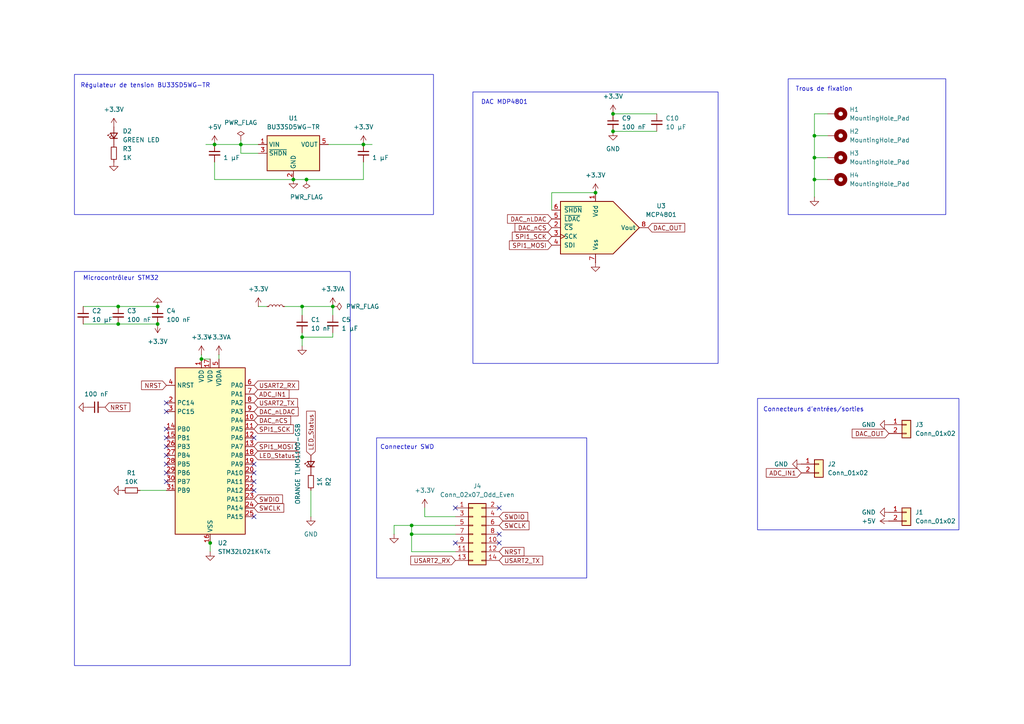
<source format=kicad_sch>
(kicad_sch
	(version 20231120)
	(generator "eeschema")
	(generator_version "8.0")
	(uuid "c7cad01e-393a-46ba-a1cb-ab0d3e56bd05")
	(paper "A4")
	(title_block
		(title "STM32L02 Test Board")
		(date "2025-01-28")
		(rev "1.0")
		(company "ENSEA")
		(comment 1 "KOYAZANDE Ted")
	)
	(lib_symbols
		(symbol "Analog_DAC:MCP4801"
			(pin_names
				(offset 1.016)
			)
			(exclude_from_sim no)
			(in_bom yes)
			(on_board yes)
			(property "Reference" "U"
				(at 1.27 10.795 0)
				(effects
					(font
						(size 1.27 1.27)
					)
					(justify left)
				)
			)
			(property "Value" "MCP4801"
				(at 1.27 8.89 0)
				(effects
					(font
						(size 1.27 1.27)
					)
					(justify left)
				)
			)
			(property "Footprint" ""
				(at 22.86 -2.54 0)
				(effects
					(font
						(size 1.27 1.27)
					)
					(hide yes)
				)
			)
			(property "Datasheet" "http://ww1.microchip.com/downloads/en/DeviceDoc/22244B.pdf"
				(at 22.86 -2.54 0)
				(effects
					(font
						(size 1.27 1.27)
					)
					(hide yes)
				)
			)
			(property "Description" "8-Bit D/A Converters with SPI Interface, internal Reference (2.048V)"
				(at 0 0 0)
				(effects
					(font
						(size 1.27 1.27)
					)
					(hide yes)
				)
			)
			(property "ki_keywords" "8-Bit DAC SPI Reference 1ch"
				(at 0 0 0)
				(effects
					(font
						(size 1.27 1.27)
					)
					(hide yes)
				)
			)
			(property "ki_fp_filters" "DIP*W7.62mm* MSOP*3x3mm*P0.65mm* SOIC*3.9x4.9mm*P1.27mm*"
				(at 0 0 0)
				(effects
					(font
						(size 1.27 1.27)
					)
					(hide yes)
				)
			)
			(symbol "MCP4801_0_0"
				(polyline
					(pts
						(xy 12.7 0) (xy 5.08 7.62) (xy -10.16 7.62) (xy -10.16 -7.62) (xy 5.08 -7.62) (xy 12.7 0)
					)
					(stroke
						(width 0.254)
						(type default)
					)
					(fill
						(type background)
					)
				)
			)
			(symbol "MCP4801_1_1"
				(pin power_in line
					(at 0 10.16 270)
					(length 2.54)
					(name "Vdd"
						(effects
							(font
								(size 1.27 1.27)
							)
						)
					)
					(number "1"
						(effects
							(font
								(size 1.27 1.27)
							)
						)
					)
				)
				(pin input line
					(at -12.7 0 0)
					(length 2.54)
					(name "~{CS}"
						(effects
							(font
								(size 1.27 1.27)
							)
						)
					)
					(number "2"
						(effects
							(font
								(size 1.27 1.27)
							)
						)
					)
				)
				(pin input clock
					(at -12.7 -2.54 0)
					(length 2.54)
					(name "SCK"
						(effects
							(font
								(size 1.27 1.27)
							)
						)
					)
					(number "3"
						(effects
							(font
								(size 1.27 1.27)
							)
						)
					)
				)
				(pin input line
					(at -12.7 -5.08 0)
					(length 2.54)
					(name "SDI"
						(effects
							(font
								(size 1.27 1.27)
							)
						)
					)
					(number "4"
						(effects
							(font
								(size 1.27 1.27)
							)
						)
					)
				)
				(pin input line
					(at -12.7 2.54 0)
					(length 2.54)
					(name "~{LDAC}"
						(effects
							(font
								(size 1.27 1.27)
							)
						)
					)
					(number "5"
						(effects
							(font
								(size 1.27 1.27)
							)
						)
					)
				)
				(pin input line
					(at -12.7 5.08 0)
					(length 2.54)
					(name "~{SHDN}"
						(effects
							(font
								(size 1.27 1.27)
							)
						)
					)
					(number "6"
						(effects
							(font
								(size 1.27 1.27)
							)
						)
					)
				)
				(pin power_in line
					(at 0 -10.16 90)
					(length 2.54)
					(name "Vss"
						(effects
							(font
								(size 1.27 1.27)
							)
						)
					)
					(number "7"
						(effects
							(font
								(size 1.27 1.27)
							)
						)
					)
				)
				(pin output line
					(at 15.24 0 180)
					(length 2.54)
					(name "Vout"
						(effects
							(font
								(size 1.27 1.27)
							)
						)
					)
					(number "8"
						(effects
							(font
								(size 1.27 1.27)
							)
						)
					)
				)
			)
		)
		(symbol "C_Small_1"
			(pin_numbers hide)
			(pin_names
				(offset 0.254) hide)
			(exclude_from_sim no)
			(in_bom yes)
			(on_board yes)
			(property "Reference" "C"
				(at 0.254 1.778 0)
				(effects
					(font
						(size 1.27 1.27)
					)
					(justify left)
				)
			)
			(property "Value" "C_Small"
				(at 0.254 -2.032 0)
				(effects
					(font
						(size 1.27 1.27)
					)
					(justify left)
				)
			)
			(property "Footprint" ""
				(at 0 0 0)
				(effects
					(font
						(size 1.27 1.27)
					)
					(hide yes)
				)
			)
			(property "Datasheet" "~"
				(at 0 0 0)
				(effects
					(font
						(size 1.27 1.27)
					)
					(hide yes)
				)
			)
			(property "Description" "Unpolarized capacitor, small symbol"
				(at 0 0 0)
				(effects
					(font
						(size 1.27 1.27)
					)
					(hide yes)
				)
			)
			(property "ki_keywords" "capacitor cap"
				(at 0 0 0)
				(effects
					(font
						(size 1.27 1.27)
					)
					(hide yes)
				)
			)
			(property "ki_fp_filters" "C_*"
				(at 0 0 0)
				(effects
					(font
						(size 1.27 1.27)
					)
					(hide yes)
				)
			)
			(symbol "C_Small_1_0_1"
				(polyline
					(pts
						(xy -1.524 -0.508) (xy 1.524 -0.508)
					)
					(stroke
						(width 0.3302)
						(type default)
					)
					(fill
						(type none)
					)
				)
				(polyline
					(pts
						(xy -1.524 0.508) (xy 1.524 0.508)
					)
					(stroke
						(width 0.3048)
						(type default)
					)
					(fill
						(type none)
					)
				)
			)
			(symbol "C_Small_1_1_1"
				(pin passive line
					(at 0 2.54 270)
					(length 2.032)
					(name "~"
						(effects
							(font
								(size 1.27 1.27)
							)
						)
					)
					(number "1"
						(effects
							(font
								(size 1.27 1.27)
							)
						)
					)
				)
				(pin passive line
					(at 0 -2.54 90)
					(length 2.032)
					(name "~"
						(effects
							(font
								(size 1.27 1.27)
							)
						)
					)
					(number "2"
						(effects
							(font
								(size 1.27 1.27)
							)
						)
					)
				)
			)
		)
		(symbol "Connector_Generic:Conn_01x02"
			(pin_names
				(offset 1.016) hide)
			(exclude_from_sim no)
			(in_bom yes)
			(on_board yes)
			(property "Reference" "J"
				(at 0 2.54 0)
				(effects
					(font
						(size 1.27 1.27)
					)
				)
			)
			(property "Value" "Conn_01x02"
				(at 0 -5.08 0)
				(effects
					(font
						(size 1.27 1.27)
					)
				)
			)
			(property "Footprint" ""
				(at 0 0 0)
				(effects
					(font
						(size 1.27 1.27)
					)
					(hide yes)
				)
			)
			(property "Datasheet" "~"
				(at 0 0 0)
				(effects
					(font
						(size 1.27 1.27)
					)
					(hide yes)
				)
			)
			(property "Description" "Generic connector, single row, 01x02, script generated (kicad-library-utils/schlib/autogen/connector/)"
				(at 0 0 0)
				(effects
					(font
						(size 1.27 1.27)
					)
					(hide yes)
				)
			)
			(property "ki_keywords" "connector"
				(at 0 0 0)
				(effects
					(font
						(size 1.27 1.27)
					)
					(hide yes)
				)
			)
			(property "ki_fp_filters" "Connector*:*_1x??_*"
				(at 0 0 0)
				(effects
					(font
						(size 1.27 1.27)
					)
					(hide yes)
				)
			)
			(symbol "Conn_01x02_1_1"
				(rectangle
					(start -1.27 -2.413)
					(end 0 -2.667)
					(stroke
						(width 0.1524)
						(type default)
					)
					(fill
						(type none)
					)
				)
				(rectangle
					(start -1.27 0.127)
					(end 0 -0.127)
					(stroke
						(width 0.1524)
						(type default)
					)
					(fill
						(type none)
					)
				)
				(rectangle
					(start -1.27 1.27)
					(end 1.27 -3.81)
					(stroke
						(width 0.254)
						(type default)
					)
					(fill
						(type background)
					)
				)
				(pin passive line
					(at -5.08 0 0)
					(length 3.81)
					(name "Pin_1"
						(effects
							(font
								(size 1.27 1.27)
							)
						)
					)
					(number "1"
						(effects
							(font
								(size 1.27 1.27)
							)
						)
					)
				)
				(pin passive line
					(at -5.08 -2.54 0)
					(length 3.81)
					(name "Pin_2"
						(effects
							(font
								(size 1.27 1.27)
							)
						)
					)
					(number "2"
						(effects
							(font
								(size 1.27 1.27)
							)
						)
					)
				)
			)
		)
		(symbol "Connector_Generic:Conn_02x07_Odd_Even"
			(pin_names
				(offset 1.016) hide)
			(exclude_from_sim no)
			(in_bom yes)
			(on_board yes)
			(property "Reference" "J"
				(at 1.27 10.16 0)
				(effects
					(font
						(size 1.27 1.27)
					)
				)
			)
			(property "Value" "Conn_02x07_Odd_Even"
				(at 1.27 -10.16 0)
				(effects
					(font
						(size 1.27 1.27)
					)
				)
			)
			(property "Footprint" ""
				(at 0 0 0)
				(effects
					(font
						(size 1.27 1.27)
					)
					(hide yes)
				)
			)
			(property "Datasheet" "~"
				(at 0 0 0)
				(effects
					(font
						(size 1.27 1.27)
					)
					(hide yes)
				)
			)
			(property "Description" "Generic connector, double row, 02x07, odd/even pin numbering scheme (row 1 odd numbers, row 2 even numbers), script generated (kicad-library-utils/schlib/autogen/connector/)"
				(at 0 0 0)
				(effects
					(font
						(size 1.27 1.27)
					)
					(hide yes)
				)
			)
			(property "ki_keywords" "connector"
				(at 0 0 0)
				(effects
					(font
						(size 1.27 1.27)
					)
					(hide yes)
				)
			)
			(property "ki_fp_filters" "Connector*:*_2x??_*"
				(at 0 0 0)
				(effects
					(font
						(size 1.27 1.27)
					)
					(hide yes)
				)
			)
			(symbol "Conn_02x07_Odd_Even_1_1"
				(rectangle
					(start -1.27 -7.493)
					(end 0 -7.747)
					(stroke
						(width 0.1524)
						(type default)
					)
					(fill
						(type none)
					)
				)
				(rectangle
					(start -1.27 -4.953)
					(end 0 -5.207)
					(stroke
						(width 0.1524)
						(type default)
					)
					(fill
						(type none)
					)
				)
				(rectangle
					(start -1.27 -2.413)
					(end 0 -2.667)
					(stroke
						(width 0.1524)
						(type default)
					)
					(fill
						(type none)
					)
				)
				(rectangle
					(start -1.27 0.127)
					(end 0 -0.127)
					(stroke
						(width 0.1524)
						(type default)
					)
					(fill
						(type none)
					)
				)
				(rectangle
					(start -1.27 2.667)
					(end 0 2.413)
					(stroke
						(width 0.1524)
						(type default)
					)
					(fill
						(type none)
					)
				)
				(rectangle
					(start -1.27 5.207)
					(end 0 4.953)
					(stroke
						(width 0.1524)
						(type default)
					)
					(fill
						(type none)
					)
				)
				(rectangle
					(start -1.27 7.747)
					(end 0 7.493)
					(stroke
						(width 0.1524)
						(type default)
					)
					(fill
						(type none)
					)
				)
				(rectangle
					(start -1.27 8.89)
					(end 3.81 -8.89)
					(stroke
						(width 0.254)
						(type default)
					)
					(fill
						(type background)
					)
				)
				(rectangle
					(start 3.81 -7.493)
					(end 2.54 -7.747)
					(stroke
						(width 0.1524)
						(type default)
					)
					(fill
						(type none)
					)
				)
				(rectangle
					(start 3.81 -4.953)
					(end 2.54 -5.207)
					(stroke
						(width 0.1524)
						(type default)
					)
					(fill
						(type none)
					)
				)
				(rectangle
					(start 3.81 -2.413)
					(end 2.54 -2.667)
					(stroke
						(width 0.1524)
						(type default)
					)
					(fill
						(type none)
					)
				)
				(rectangle
					(start 3.81 0.127)
					(end 2.54 -0.127)
					(stroke
						(width 0.1524)
						(type default)
					)
					(fill
						(type none)
					)
				)
				(rectangle
					(start 3.81 2.667)
					(end 2.54 2.413)
					(stroke
						(width 0.1524)
						(type default)
					)
					(fill
						(type none)
					)
				)
				(rectangle
					(start 3.81 5.207)
					(end 2.54 4.953)
					(stroke
						(width 0.1524)
						(type default)
					)
					(fill
						(type none)
					)
				)
				(rectangle
					(start 3.81 7.747)
					(end 2.54 7.493)
					(stroke
						(width 0.1524)
						(type default)
					)
					(fill
						(type none)
					)
				)
				(pin passive line
					(at -5.08 7.62 0)
					(length 3.81)
					(name "Pin_1"
						(effects
							(font
								(size 1.27 1.27)
							)
						)
					)
					(number "1"
						(effects
							(font
								(size 1.27 1.27)
							)
						)
					)
				)
				(pin passive line
					(at 7.62 -2.54 180)
					(length 3.81)
					(name "Pin_10"
						(effects
							(font
								(size 1.27 1.27)
							)
						)
					)
					(number "10"
						(effects
							(font
								(size 1.27 1.27)
							)
						)
					)
				)
				(pin passive line
					(at -5.08 -5.08 0)
					(length 3.81)
					(name "Pin_11"
						(effects
							(font
								(size 1.27 1.27)
							)
						)
					)
					(number "11"
						(effects
							(font
								(size 1.27 1.27)
							)
						)
					)
				)
				(pin passive line
					(at 7.62 -5.08 180)
					(length 3.81)
					(name "Pin_12"
						(effects
							(font
								(size 1.27 1.27)
							)
						)
					)
					(number "12"
						(effects
							(font
								(size 1.27 1.27)
							)
						)
					)
				)
				(pin passive line
					(at -5.08 -7.62 0)
					(length 3.81)
					(name "Pin_13"
						(effects
							(font
								(size 1.27 1.27)
							)
						)
					)
					(number "13"
						(effects
							(font
								(size 1.27 1.27)
							)
						)
					)
				)
				(pin passive line
					(at 7.62 -7.62 180)
					(length 3.81)
					(name "Pin_14"
						(effects
							(font
								(size 1.27 1.27)
							)
						)
					)
					(number "14"
						(effects
							(font
								(size 1.27 1.27)
							)
						)
					)
				)
				(pin passive line
					(at 7.62 7.62 180)
					(length 3.81)
					(name "Pin_2"
						(effects
							(font
								(size 1.27 1.27)
							)
						)
					)
					(number "2"
						(effects
							(font
								(size 1.27 1.27)
							)
						)
					)
				)
				(pin passive line
					(at -5.08 5.08 0)
					(length 3.81)
					(name "Pin_3"
						(effects
							(font
								(size 1.27 1.27)
							)
						)
					)
					(number "3"
						(effects
							(font
								(size 1.27 1.27)
							)
						)
					)
				)
				(pin passive line
					(at 7.62 5.08 180)
					(length 3.81)
					(name "Pin_4"
						(effects
							(font
								(size 1.27 1.27)
							)
						)
					)
					(number "4"
						(effects
							(font
								(size 1.27 1.27)
							)
						)
					)
				)
				(pin passive line
					(at -5.08 2.54 0)
					(length 3.81)
					(name "Pin_5"
						(effects
							(font
								(size 1.27 1.27)
							)
						)
					)
					(number "5"
						(effects
							(font
								(size 1.27 1.27)
							)
						)
					)
				)
				(pin passive line
					(at 7.62 2.54 180)
					(length 3.81)
					(name "Pin_6"
						(effects
							(font
								(size 1.27 1.27)
							)
						)
					)
					(number "6"
						(effects
							(font
								(size 1.27 1.27)
							)
						)
					)
				)
				(pin passive line
					(at -5.08 0 0)
					(length 3.81)
					(name "Pin_7"
						(effects
							(font
								(size 1.27 1.27)
							)
						)
					)
					(number "7"
						(effects
							(font
								(size 1.27 1.27)
							)
						)
					)
				)
				(pin passive line
					(at 7.62 0 180)
					(length 3.81)
					(name "Pin_8"
						(effects
							(font
								(size 1.27 1.27)
							)
						)
					)
					(number "8"
						(effects
							(font
								(size 1.27 1.27)
							)
						)
					)
				)
				(pin passive line
					(at -5.08 -2.54 0)
					(length 3.81)
					(name "Pin_9"
						(effects
							(font
								(size 1.27 1.27)
							)
						)
					)
					(number "9"
						(effects
							(font
								(size 1.27 1.27)
							)
						)
					)
				)
			)
		)
		(symbol "Device:C_Small"
			(pin_numbers hide)
			(pin_names
				(offset 0.254) hide)
			(exclude_from_sim no)
			(in_bom yes)
			(on_board yes)
			(property "Reference" "C"
				(at 0.254 1.778 0)
				(effects
					(font
						(size 1.27 1.27)
					)
					(justify left)
				)
			)
			(property "Value" "C_Small"
				(at 0.254 -2.032 0)
				(effects
					(font
						(size 1.27 1.27)
					)
					(justify left)
				)
			)
			(property "Footprint" ""
				(at 0 0 0)
				(effects
					(font
						(size 1.27 1.27)
					)
					(hide yes)
				)
			)
			(property "Datasheet" "~"
				(at 0 0 0)
				(effects
					(font
						(size 1.27 1.27)
					)
					(hide yes)
				)
			)
			(property "Description" "Unpolarized capacitor, small symbol"
				(at 0 0 0)
				(effects
					(font
						(size 1.27 1.27)
					)
					(hide yes)
				)
			)
			(property "ki_keywords" "capacitor cap"
				(at 0 0 0)
				(effects
					(font
						(size 1.27 1.27)
					)
					(hide yes)
				)
			)
			(property "ki_fp_filters" "C_*"
				(at 0 0 0)
				(effects
					(font
						(size 1.27 1.27)
					)
					(hide yes)
				)
			)
			(symbol "C_Small_0_1"
				(polyline
					(pts
						(xy -1.524 -0.508) (xy 1.524 -0.508)
					)
					(stroke
						(width 0.3302)
						(type default)
					)
					(fill
						(type none)
					)
				)
				(polyline
					(pts
						(xy -1.524 0.508) (xy 1.524 0.508)
					)
					(stroke
						(width 0.3048)
						(type default)
					)
					(fill
						(type none)
					)
				)
			)
			(symbol "C_Small_1_1"
				(pin passive line
					(at 0 2.54 270)
					(length 2.032)
					(name "~"
						(effects
							(font
								(size 1.27 1.27)
							)
						)
					)
					(number "1"
						(effects
							(font
								(size 1.27 1.27)
							)
						)
					)
				)
				(pin passive line
					(at 0 -2.54 90)
					(length 2.032)
					(name "~"
						(effects
							(font
								(size 1.27 1.27)
							)
						)
					)
					(number "2"
						(effects
							(font
								(size 1.27 1.27)
							)
						)
					)
				)
			)
		)
		(symbol "Device:LED_Small"
			(pin_numbers hide)
			(pin_names
				(offset 0.254) hide)
			(exclude_from_sim no)
			(in_bom yes)
			(on_board yes)
			(property "Reference" "D"
				(at -1.27 3.175 0)
				(effects
					(font
						(size 1.27 1.27)
					)
					(justify left)
				)
			)
			(property "Value" "LED_Small"
				(at -4.445 -2.54 0)
				(effects
					(font
						(size 1.27 1.27)
					)
					(justify left)
				)
			)
			(property "Footprint" ""
				(at 0 0 90)
				(effects
					(font
						(size 1.27 1.27)
					)
					(hide yes)
				)
			)
			(property "Datasheet" "~"
				(at 0 0 90)
				(effects
					(font
						(size 1.27 1.27)
					)
					(hide yes)
				)
			)
			(property "Description" "Light emitting diode, small symbol"
				(at 0 0 0)
				(effects
					(font
						(size 1.27 1.27)
					)
					(hide yes)
				)
			)
			(property "ki_keywords" "LED diode light-emitting-diode"
				(at 0 0 0)
				(effects
					(font
						(size 1.27 1.27)
					)
					(hide yes)
				)
			)
			(property "ki_fp_filters" "LED* LED_SMD:* LED_THT:*"
				(at 0 0 0)
				(effects
					(font
						(size 1.27 1.27)
					)
					(hide yes)
				)
			)
			(symbol "LED_Small_0_1"
				(polyline
					(pts
						(xy -0.762 -1.016) (xy -0.762 1.016)
					)
					(stroke
						(width 0.254)
						(type default)
					)
					(fill
						(type none)
					)
				)
				(polyline
					(pts
						(xy 1.016 0) (xy -0.762 0)
					)
					(stroke
						(width 0)
						(type default)
					)
					(fill
						(type none)
					)
				)
				(polyline
					(pts
						(xy 0.762 -1.016) (xy -0.762 0) (xy 0.762 1.016) (xy 0.762 -1.016)
					)
					(stroke
						(width 0.254)
						(type default)
					)
					(fill
						(type none)
					)
				)
				(polyline
					(pts
						(xy 0 0.762) (xy -0.508 1.27) (xy -0.254 1.27) (xy -0.508 1.27) (xy -0.508 1.016)
					)
					(stroke
						(width 0)
						(type default)
					)
					(fill
						(type none)
					)
				)
				(polyline
					(pts
						(xy 0.508 1.27) (xy 0 1.778) (xy 0.254 1.778) (xy 0 1.778) (xy 0 1.524)
					)
					(stroke
						(width 0)
						(type default)
					)
					(fill
						(type none)
					)
				)
			)
			(symbol "LED_Small_1_1"
				(pin passive line
					(at -2.54 0 0)
					(length 1.778)
					(name "K"
						(effects
							(font
								(size 1.27 1.27)
							)
						)
					)
					(number "1"
						(effects
							(font
								(size 1.27 1.27)
							)
						)
					)
				)
				(pin passive line
					(at 2.54 0 180)
					(length 1.778)
					(name "A"
						(effects
							(font
								(size 1.27 1.27)
							)
						)
					)
					(number "2"
						(effects
							(font
								(size 1.27 1.27)
							)
						)
					)
				)
			)
		)
		(symbol "Device:L_Small"
			(pin_numbers hide)
			(pin_names
				(offset 0.254) hide)
			(exclude_from_sim no)
			(in_bom yes)
			(on_board yes)
			(property "Reference" "L"
				(at 0.762 1.016 0)
				(effects
					(font
						(size 1.27 1.27)
					)
					(justify left)
				)
			)
			(property "Value" "L_Small"
				(at 0.762 -1.016 0)
				(effects
					(font
						(size 1.27 1.27)
					)
					(justify left)
				)
			)
			(property "Footprint" ""
				(at 0 0 0)
				(effects
					(font
						(size 1.27 1.27)
					)
					(hide yes)
				)
			)
			(property "Datasheet" "~"
				(at 0 0 0)
				(effects
					(font
						(size 1.27 1.27)
					)
					(hide yes)
				)
			)
			(property "Description" "Inductor, small symbol"
				(at 0 0 0)
				(effects
					(font
						(size 1.27 1.27)
					)
					(hide yes)
				)
			)
			(property "ki_keywords" "inductor choke coil reactor magnetic"
				(at 0 0 0)
				(effects
					(font
						(size 1.27 1.27)
					)
					(hide yes)
				)
			)
			(property "ki_fp_filters" "Choke_* *Coil* Inductor_* L_*"
				(at 0 0 0)
				(effects
					(font
						(size 1.27 1.27)
					)
					(hide yes)
				)
			)
			(symbol "L_Small_0_1"
				(arc
					(start 0 -2.032)
					(mid 0.5058 -1.524)
					(end 0 -1.016)
					(stroke
						(width 0)
						(type default)
					)
					(fill
						(type none)
					)
				)
				(arc
					(start 0 -1.016)
					(mid 0.5058 -0.508)
					(end 0 0)
					(stroke
						(width 0)
						(type default)
					)
					(fill
						(type none)
					)
				)
				(arc
					(start 0 0)
					(mid 0.5058 0.508)
					(end 0 1.016)
					(stroke
						(width 0)
						(type default)
					)
					(fill
						(type none)
					)
				)
				(arc
					(start 0 1.016)
					(mid 0.5058 1.524)
					(end 0 2.032)
					(stroke
						(width 0)
						(type default)
					)
					(fill
						(type none)
					)
				)
			)
			(symbol "L_Small_1_1"
				(pin passive line
					(at 0 2.54 270)
					(length 0.508)
					(name "~"
						(effects
							(font
								(size 1.27 1.27)
							)
						)
					)
					(number "1"
						(effects
							(font
								(size 1.27 1.27)
							)
						)
					)
				)
				(pin passive line
					(at 0 -2.54 90)
					(length 0.508)
					(name "~"
						(effects
							(font
								(size 1.27 1.27)
							)
						)
					)
					(number "2"
						(effects
							(font
								(size 1.27 1.27)
							)
						)
					)
				)
			)
		)
		(symbol "Device:R_Small"
			(pin_numbers hide)
			(pin_names
				(offset 0.254) hide)
			(exclude_from_sim no)
			(in_bom yes)
			(on_board yes)
			(property "Reference" "R"
				(at 0.762 0.508 0)
				(effects
					(font
						(size 1.27 1.27)
					)
					(justify left)
				)
			)
			(property "Value" "R_Small"
				(at 0.762 -1.016 0)
				(effects
					(font
						(size 1.27 1.27)
					)
					(justify left)
				)
			)
			(property "Footprint" ""
				(at 0 0 0)
				(effects
					(font
						(size 1.27 1.27)
					)
					(hide yes)
				)
			)
			(property "Datasheet" "~"
				(at 0 0 0)
				(effects
					(font
						(size 1.27 1.27)
					)
					(hide yes)
				)
			)
			(property "Description" "Resistor, small symbol"
				(at 0 0 0)
				(effects
					(font
						(size 1.27 1.27)
					)
					(hide yes)
				)
			)
			(property "ki_keywords" "R resistor"
				(at 0 0 0)
				(effects
					(font
						(size 1.27 1.27)
					)
					(hide yes)
				)
			)
			(property "ki_fp_filters" "R_*"
				(at 0 0 0)
				(effects
					(font
						(size 1.27 1.27)
					)
					(hide yes)
				)
			)
			(symbol "R_Small_0_1"
				(rectangle
					(start -0.762 1.778)
					(end 0.762 -1.778)
					(stroke
						(width 0.2032)
						(type default)
					)
					(fill
						(type none)
					)
				)
			)
			(symbol "R_Small_1_1"
				(pin passive line
					(at 0 2.54 270)
					(length 0.762)
					(name "~"
						(effects
							(font
								(size 1.27 1.27)
							)
						)
					)
					(number "1"
						(effects
							(font
								(size 1.27 1.27)
							)
						)
					)
				)
				(pin passive line
					(at 0 -2.54 90)
					(length 0.762)
					(name "~"
						(effects
							(font
								(size 1.27 1.27)
							)
						)
					)
					(number "2"
						(effects
							(font
								(size 1.27 1.27)
							)
						)
					)
				)
			)
		)
		(symbol "MCU_ST_STM32L0:STM32L021K4Tx"
			(exclude_from_sim no)
			(in_bom yes)
			(on_board yes)
			(property "Reference" "U"
				(at -10.16 26.67 0)
				(effects
					(font
						(size 1.27 1.27)
					)
					(justify left)
				)
			)
			(property "Value" "STM32L021K4Tx"
				(at 5.08 26.67 0)
				(effects
					(font
						(size 1.27 1.27)
					)
					(justify left)
				)
			)
			(property "Footprint" "Package_QFP:LQFP-32_7x7mm_P0.8mm"
				(at -10.16 -22.86 0)
				(effects
					(font
						(size 1.27 1.27)
					)
					(justify right)
					(hide yes)
				)
			)
			(property "Datasheet" "https://www.st.com/resource/en/datasheet/stm32l021k4.pdf"
				(at 0 0 0)
				(effects
					(font
						(size 1.27 1.27)
					)
					(hide yes)
				)
			)
			(property "Description" "STMicroelectronics Arm Cortex-M0+ MCU, 16KB flash, 2KB RAM, 32 MHz, 1.65-3.6V, 26 GPIO, LQFP32"
				(at 0 0 0)
				(effects
					(font
						(size 1.27 1.27)
					)
					(hide yes)
				)
			)
			(property "ki_keywords" "Arm Cortex-M0+ STM32L0 STM32L0x1"
				(at 0 0 0)
				(effects
					(font
						(size 1.27 1.27)
					)
					(hide yes)
				)
			)
			(property "ki_fp_filters" "LQFP*7x7mm*P0.8mm*"
				(at 0 0 0)
				(effects
					(font
						(size 1.27 1.27)
					)
					(hide yes)
				)
			)
			(symbol "STM32L021K4Tx_0_1"
				(rectangle
					(start -10.16 -22.86)
					(end 10.16 25.4)
					(stroke
						(width 0.254)
						(type default)
					)
					(fill
						(type background)
					)
				)
			)
			(symbol "STM32L021K4Tx_1_1"
				(pin power_in line
					(at -2.54 27.94 270)
					(length 2.54)
					(name "VDD"
						(effects
							(font
								(size 1.27 1.27)
							)
						)
					)
					(number "1"
						(effects
							(font
								(size 1.27 1.27)
							)
						)
					)
				)
				(pin bidirectional line
					(at 12.7 10.16 180)
					(length 2.54)
					(name "PA4"
						(effects
							(font
								(size 1.27 1.27)
							)
						)
					)
					(number "10"
						(effects
							(font
								(size 1.27 1.27)
							)
						)
					)
					(alternate "ADC_IN4" bidirectional line)
					(alternate "COMP1_INM" bidirectional line)
					(alternate "COMP2_INM" bidirectional line)
					(alternate "COMP2_OUT" bidirectional line)
					(alternate "I2C1_SCL" bidirectional line)
					(alternate "LPTIM1_ETR" bidirectional line)
					(alternate "LPTIM1_IN1" bidirectional line)
					(alternate "LPUART1_TX" bidirectional line)
					(alternate "SPI1_NSS" bidirectional line)
					(alternate "TIM2_ETR" bidirectional line)
					(alternate "USART2_CK" bidirectional line)
				)
				(pin bidirectional line
					(at 12.7 7.62 180)
					(length 2.54)
					(name "PA5"
						(effects
							(font
								(size 1.27 1.27)
							)
						)
					)
					(number "11"
						(effects
							(font
								(size 1.27 1.27)
							)
						)
					)
					(alternate "ADC_IN5" bidirectional line)
					(alternate "COMP1_INM" bidirectional line)
					(alternate "COMP2_INM" bidirectional line)
					(alternate "LPTIM1_IN2" bidirectional line)
					(alternate "SPI1_SCK" bidirectional line)
					(alternate "TIM2_CH1" bidirectional line)
					(alternate "TIM2_ETR" bidirectional line)
				)
				(pin bidirectional line
					(at 12.7 5.08 180)
					(length 2.54)
					(name "PA6"
						(effects
							(font
								(size 1.27 1.27)
							)
						)
					)
					(number "12"
						(effects
							(font
								(size 1.27 1.27)
							)
						)
					)
					(alternate "ADC_IN6" bidirectional line)
					(alternate "COMP1_OUT" bidirectional line)
					(alternate "LPTIM1_ETR" bidirectional line)
					(alternate "LPUART1_CTS" bidirectional line)
					(alternate "SPI1_MISO" bidirectional line)
				)
				(pin bidirectional line
					(at 12.7 2.54 180)
					(length 2.54)
					(name "PA7"
						(effects
							(font
								(size 1.27 1.27)
							)
						)
					)
					(number "13"
						(effects
							(font
								(size 1.27 1.27)
							)
						)
					)
					(alternate "ADC_IN7" bidirectional line)
					(alternate "COMP2_INP" bidirectional line)
					(alternate "COMP2_OUT" bidirectional line)
					(alternate "LPTIM1_OUT" bidirectional line)
					(alternate "SPI1_MOSI" bidirectional line)
					(alternate "TIM21_ETR" bidirectional line)
					(alternate "USART2_CTS" bidirectional line)
				)
				(pin bidirectional line
					(at -12.7 7.62 0)
					(length 2.54)
					(name "PB0"
						(effects
							(font
								(size 1.27 1.27)
							)
						)
					)
					(number "14"
						(effects
							(font
								(size 1.27 1.27)
							)
						)
					)
					(alternate "ADC_IN8" bidirectional line)
					(alternate "SPI1_MISO" bidirectional line)
					(alternate "SYS_VREF_OUT_PB0" bidirectional line)
					(alternate "TIM2_CH2" bidirectional line)
					(alternate "TIM2_CH3" bidirectional line)
					(alternate "USART2_DE" bidirectional line)
					(alternate "USART2_RTS" bidirectional line)
				)
				(pin bidirectional line
					(at -12.7 5.08 0)
					(length 2.54)
					(name "PB1"
						(effects
							(font
								(size 1.27 1.27)
							)
						)
					)
					(number "15"
						(effects
							(font
								(size 1.27 1.27)
							)
						)
					)
					(alternate "ADC_IN9" bidirectional line)
					(alternate "LPTIM1_IN1" bidirectional line)
					(alternate "LPUART1_DE" bidirectional line)
					(alternate "LPUART1_RTS" bidirectional line)
					(alternate "SPI1_MOSI" bidirectional line)
					(alternate "SYS_VREF_OUT_PB1" bidirectional line)
					(alternate "TIM2_CH4" bidirectional line)
					(alternate "USART2_CK" bidirectional line)
				)
				(pin power_in line
					(at 0 -25.4 90)
					(length 2.54)
					(name "VSS"
						(effects
							(font
								(size 1.27 1.27)
							)
						)
					)
					(number "16"
						(effects
							(font
								(size 1.27 1.27)
							)
						)
					)
				)
				(pin power_in line
					(at 0 27.94 270)
					(length 2.54)
					(name "VDD"
						(effects
							(font
								(size 1.27 1.27)
							)
						)
					)
					(number "17"
						(effects
							(font
								(size 1.27 1.27)
							)
						)
					)
				)
				(pin bidirectional line
					(at 12.7 0 180)
					(length 2.54)
					(name "PA8"
						(effects
							(font
								(size 1.27 1.27)
							)
						)
					)
					(number "18"
						(effects
							(font
								(size 1.27 1.27)
							)
						)
					)
					(alternate "LPTIM1_IN1" bidirectional line)
					(alternate "RCC_MCO" bidirectional line)
					(alternate "TIM2_CH1" bidirectional line)
					(alternate "USART2_CK" bidirectional line)
				)
				(pin bidirectional line
					(at 12.7 -2.54 180)
					(length 2.54)
					(name "PA9"
						(effects
							(font
								(size 1.27 1.27)
							)
						)
					)
					(number "19"
						(effects
							(font
								(size 1.27 1.27)
							)
						)
					)
					(alternate "COMP1_OUT" bidirectional line)
					(alternate "I2C1_SCL" bidirectional line)
					(alternate "LPTIM1_OUT" bidirectional line)
					(alternate "RCC_MCO" bidirectional line)
					(alternate "TIM21_CH2" bidirectional line)
					(alternate "USART2_TX" bidirectional line)
				)
				(pin bidirectional line
					(at -12.7 15.24 0)
					(length 2.54)
					(name "PC14"
						(effects
							(font
								(size 1.27 1.27)
							)
						)
					)
					(number "2"
						(effects
							(font
								(size 1.27 1.27)
							)
						)
					)
					(alternate "RCC_OSC32_IN" bidirectional line)
				)
				(pin bidirectional line
					(at 12.7 -5.08 180)
					(length 2.54)
					(name "PA10"
						(effects
							(font
								(size 1.27 1.27)
							)
						)
					)
					(number "20"
						(effects
							(font
								(size 1.27 1.27)
							)
						)
					)
					(alternate "COMP1_OUT" bidirectional line)
					(alternate "I2C1_SDA" bidirectional line)
					(alternate "RTC_REFIN" bidirectional line)
					(alternate "TIM21_CH1" bidirectional line)
					(alternate "TIM2_CH3" bidirectional line)
					(alternate "USART2_RX" bidirectional line)
				)
				(pin bidirectional line
					(at 12.7 -7.62 180)
					(length 2.54)
					(name "PA11"
						(effects
							(font
								(size 1.27 1.27)
							)
						)
					)
					(number "21"
						(effects
							(font
								(size 1.27 1.27)
							)
						)
					)
					(alternate "ADC_EXTI11" bidirectional line)
					(alternate "COMP1_OUT" bidirectional line)
					(alternate "LPTIM1_OUT" bidirectional line)
					(alternate "SPI1_MISO" bidirectional line)
					(alternate "TIM21_CH2" bidirectional line)
					(alternate "USART2_CTS" bidirectional line)
				)
				(pin bidirectional line
					(at 12.7 -10.16 180)
					(length 2.54)
					(name "PA12"
						(effects
							(font
								(size 1.27 1.27)
							)
						)
					)
					(number "22"
						(effects
							(font
								(size 1.27 1.27)
							)
						)
					)
					(alternate "COMP2_OUT" bidirectional line)
					(alternate "SPI1_MOSI" bidirectional line)
					(alternate "USART2_DE" bidirectional line)
					(alternate "USART2_RTS" bidirectional line)
				)
				(pin bidirectional line
					(at 12.7 -12.7 180)
					(length 2.54)
					(name "PA13"
						(effects
							(font
								(size 1.27 1.27)
							)
						)
					)
					(number "23"
						(effects
							(font
								(size 1.27 1.27)
							)
						)
					)
					(alternate "COMP1_OUT" bidirectional line)
					(alternate "I2C1_SDA" bidirectional line)
					(alternate "LPTIM1_ETR" bidirectional line)
					(alternate "LPUART1_RX" bidirectional line)
					(alternate "SPI1_SCK" bidirectional line)
					(alternate "SYS_SWDIO" bidirectional line)
				)
				(pin bidirectional line
					(at 12.7 -15.24 180)
					(length 2.54)
					(name "PA14"
						(effects
							(font
								(size 1.27 1.27)
							)
						)
					)
					(number "24"
						(effects
							(font
								(size 1.27 1.27)
							)
						)
					)
					(alternate "COMP2_OUT" bidirectional line)
					(alternate "I2C1_SMBA" bidirectional line)
					(alternate "LPTIM1_OUT" bidirectional line)
					(alternate "LPUART1_TX" bidirectional line)
					(alternate "SPI1_MISO" bidirectional line)
					(alternate "SYS_SWCLK" bidirectional line)
					(alternate "USART2_TX" bidirectional line)
				)
				(pin bidirectional line
					(at 12.7 -17.78 180)
					(length 2.54)
					(name "PA15"
						(effects
							(font
								(size 1.27 1.27)
							)
						)
					)
					(number "25"
						(effects
							(font
								(size 1.27 1.27)
							)
						)
					)
					(alternate "SPI1_NSS" bidirectional line)
					(alternate "TIM2_CH1" bidirectional line)
					(alternate "TIM2_ETR" bidirectional line)
					(alternate "USART2_RX" bidirectional line)
				)
				(pin bidirectional line
					(at -12.7 2.54 0)
					(length 2.54)
					(name "PB3"
						(effects
							(font
								(size 1.27 1.27)
							)
						)
					)
					(number "26"
						(effects
							(font
								(size 1.27 1.27)
							)
						)
					)
					(alternate "COMP2_INM" bidirectional line)
					(alternate "SPI1_SCK" bidirectional line)
					(alternate "TIM2_CH2" bidirectional line)
				)
				(pin bidirectional line
					(at -12.7 0 0)
					(length 2.54)
					(name "PB4"
						(effects
							(font
								(size 1.27 1.27)
							)
						)
					)
					(number "27"
						(effects
							(font
								(size 1.27 1.27)
							)
						)
					)
					(alternate "COMP2_INP" bidirectional line)
					(alternate "SPI1_MISO" bidirectional line)
				)
				(pin bidirectional line
					(at -12.7 -2.54 0)
					(length 2.54)
					(name "PB5"
						(effects
							(font
								(size 1.27 1.27)
							)
						)
					)
					(number "28"
						(effects
							(font
								(size 1.27 1.27)
							)
						)
					)
					(alternate "COMP2_INP" bidirectional line)
					(alternate "I2C1_SMBA" bidirectional line)
					(alternate "LPTIM1_IN1" bidirectional line)
					(alternate "SPI1_MOSI" bidirectional line)
					(alternate "TIM21_CH1" bidirectional line)
				)
				(pin bidirectional line
					(at -12.7 -5.08 0)
					(length 2.54)
					(name "PB6"
						(effects
							(font
								(size 1.27 1.27)
							)
						)
					)
					(number "29"
						(effects
							(font
								(size 1.27 1.27)
							)
						)
					)
					(alternate "COMP2_INP" bidirectional line)
					(alternate "I2C1_SCL" bidirectional line)
					(alternate "LPTIM1_ETR" bidirectional line)
					(alternate "LPUART1_TX" bidirectional line)
					(alternate "TIM2_CH3" bidirectional line)
					(alternate "USART2_TX" bidirectional line)
				)
				(pin bidirectional line
					(at -12.7 12.7 0)
					(length 2.54)
					(name "PC15"
						(effects
							(font
								(size 1.27 1.27)
							)
						)
					)
					(number "3"
						(effects
							(font
								(size 1.27 1.27)
							)
						)
					)
					(alternate "RCC_OSC32_OUT" bidirectional line)
				)
				(pin bidirectional line
					(at -12.7 -7.62 0)
					(length 2.54)
					(name "PB7"
						(effects
							(font
								(size 1.27 1.27)
							)
						)
					)
					(number "30"
						(effects
							(font
								(size 1.27 1.27)
							)
						)
					)
					(alternate "COMP2_INP" bidirectional line)
					(alternate "I2C1_SDA" bidirectional line)
					(alternate "LPTIM1_IN2" bidirectional line)
					(alternate "LPUART1_RX" bidirectional line)
					(alternate "SYS_PVD_IN" bidirectional line)
					(alternate "TIM2_CH4" bidirectional line)
					(alternate "USART2_RX" bidirectional line)
				)
				(pin bidirectional line
					(at -12.7 -10.16 0)
					(length 2.54)
					(name "PB9"
						(effects
							(font
								(size 1.27 1.27)
							)
						)
					)
					(number "31"
						(effects
							(font
								(size 1.27 1.27)
							)
						)
					)
				)
				(pin passive line
					(at 0 -25.4 90)
					(length 2.54) hide
					(name "VSS"
						(effects
							(font
								(size 1.27 1.27)
							)
						)
					)
					(number "32"
						(effects
							(font
								(size 1.27 1.27)
							)
						)
					)
				)
				(pin input line
					(at -12.7 20.32 0)
					(length 2.54)
					(name "NRST"
						(effects
							(font
								(size 1.27 1.27)
							)
						)
					)
					(number "4"
						(effects
							(font
								(size 1.27 1.27)
							)
						)
					)
				)
				(pin power_in line
					(at 2.54 27.94 270)
					(length 2.54)
					(name "VDDA"
						(effects
							(font
								(size 1.27 1.27)
							)
						)
					)
					(number "5"
						(effects
							(font
								(size 1.27 1.27)
							)
						)
					)
				)
				(pin bidirectional line
					(at 12.7 20.32 180)
					(length 2.54)
					(name "PA0"
						(effects
							(font
								(size 1.27 1.27)
							)
						)
					)
					(number "6"
						(effects
							(font
								(size 1.27 1.27)
							)
						)
					)
					(alternate "ADC_IN0" bidirectional line)
					(alternate "COMP1_INM" bidirectional line)
					(alternate "COMP1_OUT" bidirectional line)
					(alternate "LPTIM1_IN1" bidirectional line)
					(alternate "LPUART1_RX" bidirectional line)
					(alternate "RCC_CK_IN" bidirectional line)
					(alternate "RTC_TAMP2" bidirectional line)
					(alternate "SYS_WKUP1" bidirectional line)
					(alternate "TIM2_CH1" bidirectional line)
					(alternate "TIM2_ETR" bidirectional line)
					(alternate "USART2_CTS" bidirectional line)
					(alternate "USART2_RX" bidirectional line)
				)
				(pin bidirectional line
					(at 12.7 17.78 180)
					(length 2.54)
					(name "PA1"
						(effects
							(font
								(size 1.27 1.27)
							)
						)
					)
					(number "7"
						(effects
							(font
								(size 1.27 1.27)
							)
						)
					)
					(alternate "ADC_IN1" bidirectional line)
					(alternate "COMP1_INP" bidirectional line)
					(alternate "I2C1_SMBA" bidirectional line)
					(alternate "LPTIM1_IN2" bidirectional line)
					(alternate "LPUART1_TX" bidirectional line)
					(alternate "TIM21_ETR" bidirectional line)
					(alternate "TIM2_CH2" bidirectional line)
					(alternate "USART2_DE" bidirectional line)
					(alternate "USART2_RTS" bidirectional line)
				)
				(pin bidirectional line
					(at 12.7 15.24 180)
					(length 2.54)
					(name "PA2"
						(effects
							(font
								(size 1.27 1.27)
							)
						)
					)
					(number "8"
						(effects
							(font
								(size 1.27 1.27)
							)
						)
					)
					(alternate "ADC_IN2" bidirectional line)
					(alternate "COMP2_INM" bidirectional line)
					(alternate "COMP2_OUT" bidirectional line)
					(alternate "LPUART1_TX" bidirectional line)
					(alternate "RTC_OUT_ALARM" bidirectional line)
					(alternate "RTC_OUT_CALIB" bidirectional line)
					(alternate "RTC_TAMP3" bidirectional line)
					(alternate "RTC_TS" bidirectional line)
					(alternate "SYS_WKUP3" bidirectional line)
					(alternate "TIM21_CH1" bidirectional line)
					(alternate "TIM2_CH3" bidirectional line)
					(alternate "USART2_TX" bidirectional line)
				)
				(pin bidirectional line
					(at 12.7 12.7 180)
					(length 2.54)
					(name "PA3"
						(effects
							(font
								(size 1.27 1.27)
							)
						)
					)
					(number "9"
						(effects
							(font
								(size 1.27 1.27)
							)
						)
					)
					(alternate "ADC_IN3" bidirectional line)
					(alternate "COMP2_INP" bidirectional line)
					(alternate "LPUART1_RX" bidirectional line)
					(alternate "TIM21_CH2" bidirectional line)
					(alternate "TIM2_CH4" bidirectional line)
					(alternate "USART2_RX" bidirectional line)
				)
			)
		)
		(symbol "Mechanical:MountingHole_Pad"
			(pin_numbers hide)
			(pin_names
				(offset 1.016) hide)
			(exclude_from_sim yes)
			(in_bom no)
			(on_board yes)
			(property "Reference" "H"
				(at 0 6.35 0)
				(effects
					(font
						(size 1.27 1.27)
					)
				)
			)
			(property "Value" "MountingHole_Pad"
				(at 0 4.445 0)
				(effects
					(font
						(size 1.27 1.27)
					)
				)
			)
			(property "Footprint" ""
				(at 0 0 0)
				(effects
					(font
						(size 1.27 1.27)
					)
					(hide yes)
				)
			)
			(property "Datasheet" "~"
				(at 0 0 0)
				(effects
					(font
						(size 1.27 1.27)
					)
					(hide yes)
				)
			)
			(property "Description" "Mounting Hole with connection"
				(at 0 0 0)
				(effects
					(font
						(size 1.27 1.27)
					)
					(hide yes)
				)
			)
			(property "ki_keywords" "mounting hole"
				(at 0 0 0)
				(effects
					(font
						(size 1.27 1.27)
					)
					(hide yes)
				)
			)
			(property "ki_fp_filters" "MountingHole*Pad*"
				(at 0 0 0)
				(effects
					(font
						(size 1.27 1.27)
					)
					(hide yes)
				)
			)
			(symbol "MountingHole_Pad_0_1"
				(circle
					(center 0 1.27)
					(radius 1.27)
					(stroke
						(width 1.27)
						(type default)
					)
					(fill
						(type none)
					)
				)
			)
			(symbol "MountingHole_Pad_1_1"
				(pin input line
					(at 0 -2.54 90)
					(length 2.54)
					(name "1"
						(effects
							(font
								(size 1.27 1.27)
							)
						)
					)
					(number "1"
						(effects
							(font
								(size 1.27 1.27)
							)
						)
					)
				)
			)
		)
		(symbol "Regulator_Linear:MCP1802x-xx02xOT"
			(exclude_from_sim no)
			(in_bom yes)
			(on_board yes)
			(property "Reference" "U"
				(at -6.35 6.35 0)
				(effects
					(font
						(size 1.27 1.27)
					)
					(justify left)
				)
			)
			(property "Value" "MCP1802x-xx02xOT"
				(at 0 6.35 0)
				(effects
					(font
						(size 1.27 1.27)
					)
					(justify left)
				)
			)
			(property "Footprint" "Package_TO_SOT_SMD:SOT-23-5"
				(at -6.35 8.89 0)
				(effects
					(font
						(size 1.27 1.27)
						(italic yes)
					)
					(justify left)
					(hide yes)
				)
			)
			(property "Datasheet" "http://ww1.microchip.com/downloads/en/DeviceDoc/22053C.pdf"
				(at 0 -2.54 0)
				(effects
					(font
						(size 1.27 1.27)
					)
					(hide yes)
				)
			)
			(property "Description" "150mA, Tiny CMOS LDO With Shutdown, Fixed Voltage, SOT-23-5"
				(at 0 0 0)
				(effects
					(font
						(size 1.27 1.27)
					)
					(hide yes)
				)
			)
			(property "ki_keywords" "LDO Linear Voltage Regulator"
				(at 0 0 0)
				(effects
					(font
						(size 1.27 1.27)
					)
					(hide yes)
				)
			)
			(property "ki_fp_filters" "SOT?23*"
				(at 0 0 0)
				(effects
					(font
						(size 1.27 1.27)
					)
					(hide yes)
				)
			)
			(symbol "MCP1802x-xx02xOT_0_1"
				(rectangle
					(start -7.62 5.08)
					(end 7.62 -5.08)
					(stroke
						(width 0.254)
						(type default)
					)
					(fill
						(type background)
					)
				)
			)
			(symbol "MCP1802x-xx02xOT_1_1"
				(pin power_in line
					(at -10.16 2.54 0)
					(length 2.54)
					(name "VIN"
						(effects
							(font
								(size 1.27 1.27)
							)
						)
					)
					(number "1"
						(effects
							(font
								(size 1.27 1.27)
							)
						)
					)
				)
				(pin power_in line
					(at 0 -7.62 90)
					(length 2.54)
					(name "GND"
						(effects
							(font
								(size 1.27 1.27)
							)
						)
					)
					(number "2"
						(effects
							(font
								(size 1.27 1.27)
							)
						)
					)
				)
				(pin input line
					(at -10.16 0 0)
					(length 2.54)
					(name "~{SHDN}"
						(effects
							(font
								(size 1.27 1.27)
							)
						)
					)
					(number "3"
						(effects
							(font
								(size 1.27 1.27)
							)
						)
					)
				)
				(pin no_connect line
					(at 7.62 0 180)
					(length 2.54) hide
					(name "NC"
						(effects
							(font
								(size 1.27 1.27)
							)
						)
					)
					(number "4"
						(effects
							(font
								(size 1.27 1.27)
							)
						)
					)
				)
				(pin power_out line
					(at 10.16 2.54 180)
					(length 2.54)
					(name "VOUT"
						(effects
							(font
								(size 1.27 1.27)
							)
						)
					)
					(number "5"
						(effects
							(font
								(size 1.27 1.27)
							)
						)
					)
				)
			)
		)
		(symbol "power:+3.3V"
			(power)
			(pin_numbers hide)
			(pin_names
				(offset 0) hide)
			(exclude_from_sim no)
			(in_bom yes)
			(on_board yes)
			(property "Reference" "#PWR"
				(at 0 -3.81 0)
				(effects
					(font
						(size 1.27 1.27)
					)
					(hide yes)
				)
			)
			(property "Value" "+3.3V"
				(at 0 3.556 0)
				(effects
					(font
						(size 1.27 1.27)
					)
				)
			)
			(property "Footprint" ""
				(at 0 0 0)
				(effects
					(font
						(size 1.27 1.27)
					)
					(hide yes)
				)
			)
			(property "Datasheet" ""
				(at 0 0 0)
				(effects
					(font
						(size 1.27 1.27)
					)
					(hide yes)
				)
			)
			(property "Description" "Power symbol creates a global label with name \"+3.3V\""
				(at 0 0 0)
				(effects
					(font
						(size 1.27 1.27)
					)
					(hide yes)
				)
			)
			(property "ki_keywords" "global power"
				(at 0 0 0)
				(effects
					(font
						(size 1.27 1.27)
					)
					(hide yes)
				)
			)
			(symbol "+3.3V_0_1"
				(polyline
					(pts
						(xy -0.762 1.27) (xy 0 2.54)
					)
					(stroke
						(width 0)
						(type default)
					)
					(fill
						(type none)
					)
				)
				(polyline
					(pts
						(xy 0 0) (xy 0 2.54)
					)
					(stroke
						(width 0)
						(type default)
					)
					(fill
						(type none)
					)
				)
				(polyline
					(pts
						(xy 0 2.54) (xy 0.762 1.27)
					)
					(stroke
						(width 0)
						(type default)
					)
					(fill
						(type none)
					)
				)
			)
			(symbol "+3.3V_1_1"
				(pin power_in line
					(at 0 0 90)
					(length 0)
					(name "~"
						(effects
							(font
								(size 1.27 1.27)
							)
						)
					)
					(number "1"
						(effects
							(font
								(size 1.27 1.27)
							)
						)
					)
				)
			)
		)
		(symbol "power:+3.3VA"
			(power)
			(pin_numbers hide)
			(pin_names
				(offset 0) hide)
			(exclude_from_sim no)
			(in_bom yes)
			(on_board yes)
			(property "Reference" "#PWR"
				(at 0 -3.81 0)
				(effects
					(font
						(size 1.27 1.27)
					)
					(hide yes)
				)
			)
			(property "Value" "+3.3VA"
				(at 0 3.556 0)
				(effects
					(font
						(size 1.27 1.27)
					)
				)
			)
			(property "Footprint" ""
				(at 0 0 0)
				(effects
					(font
						(size 1.27 1.27)
					)
					(hide yes)
				)
			)
			(property "Datasheet" ""
				(at 0 0 0)
				(effects
					(font
						(size 1.27 1.27)
					)
					(hide yes)
				)
			)
			(property "Description" "Power symbol creates a global label with name \"+3.3VA\""
				(at 0 0 0)
				(effects
					(font
						(size 1.27 1.27)
					)
					(hide yes)
				)
			)
			(property "ki_keywords" "global power"
				(at 0 0 0)
				(effects
					(font
						(size 1.27 1.27)
					)
					(hide yes)
				)
			)
			(symbol "+3.3VA_0_1"
				(polyline
					(pts
						(xy -0.762 1.27) (xy 0 2.54)
					)
					(stroke
						(width 0)
						(type default)
					)
					(fill
						(type none)
					)
				)
				(polyline
					(pts
						(xy 0 0) (xy 0 2.54)
					)
					(stroke
						(width 0)
						(type default)
					)
					(fill
						(type none)
					)
				)
				(polyline
					(pts
						(xy 0 2.54) (xy 0.762 1.27)
					)
					(stroke
						(width 0)
						(type default)
					)
					(fill
						(type none)
					)
				)
			)
			(symbol "+3.3VA_1_1"
				(pin power_in line
					(at 0 0 90)
					(length 0)
					(name "~"
						(effects
							(font
								(size 1.27 1.27)
							)
						)
					)
					(number "1"
						(effects
							(font
								(size 1.27 1.27)
							)
						)
					)
				)
			)
		)
		(symbol "power:+5V"
			(power)
			(pin_numbers hide)
			(pin_names
				(offset 0) hide)
			(exclude_from_sim no)
			(in_bom yes)
			(on_board yes)
			(property "Reference" "#PWR"
				(at 0 -3.81 0)
				(effects
					(font
						(size 1.27 1.27)
					)
					(hide yes)
				)
			)
			(property "Value" "+5V"
				(at 0 3.556 0)
				(effects
					(font
						(size 1.27 1.27)
					)
				)
			)
			(property "Footprint" ""
				(at 0 0 0)
				(effects
					(font
						(size 1.27 1.27)
					)
					(hide yes)
				)
			)
			(property "Datasheet" ""
				(at 0 0 0)
				(effects
					(font
						(size 1.27 1.27)
					)
					(hide yes)
				)
			)
			(property "Description" "Power symbol creates a global label with name \"+5V\""
				(at 0 0 0)
				(effects
					(font
						(size 1.27 1.27)
					)
					(hide yes)
				)
			)
			(property "ki_keywords" "global power"
				(at 0 0 0)
				(effects
					(font
						(size 1.27 1.27)
					)
					(hide yes)
				)
			)
			(symbol "+5V_0_1"
				(polyline
					(pts
						(xy -0.762 1.27) (xy 0 2.54)
					)
					(stroke
						(width 0)
						(type default)
					)
					(fill
						(type none)
					)
				)
				(polyline
					(pts
						(xy 0 0) (xy 0 2.54)
					)
					(stroke
						(width 0)
						(type default)
					)
					(fill
						(type none)
					)
				)
				(polyline
					(pts
						(xy 0 2.54) (xy 0.762 1.27)
					)
					(stroke
						(width 0)
						(type default)
					)
					(fill
						(type none)
					)
				)
			)
			(symbol "+5V_1_1"
				(pin power_in line
					(at 0 0 90)
					(length 0)
					(name "~"
						(effects
							(font
								(size 1.27 1.27)
							)
						)
					)
					(number "1"
						(effects
							(font
								(size 1.27 1.27)
							)
						)
					)
				)
			)
		)
		(symbol "power:GND"
			(power)
			(pin_numbers hide)
			(pin_names
				(offset 0) hide)
			(exclude_from_sim no)
			(in_bom yes)
			(on_board yes)
			(property "Reference" "#PWR"
				(at 0 -6.35 0)
				(effects
					(font
						(size 1.27 1.27)
					)
					(hide yes)
				)
			)
			(property "Value" "GND"
				(at 0 -3.81 0)
				(effects
					(font
						(size 1.27 1.27)
					)
				)
			)
			(property "Footprint" ""
				(at 0 0 0)
				(effects
					(font
						(size 1.27 1.27)
					)
					(hide yes)
				)
			)
			(property "Datasheet" ""
				(at 0 0 0)
				(effects
					(font
						(size 1.27 1.27)
					)
					(hide yes)
				)
			)
			(property "Description" "Power symbol creates a global label with name \"GND\" , ground"
				(at 0 0 0)
				(effects
					(font
						(size 1.27 1.27)
					)
					(hide yes)
				)
			)
			(property "ki_keywords" "global power"
				(at 0 0 0)
				(effects
					(font
						(size 1.27 1.27)
					)
					(hide yes)
				)
			)
			(symbol "GND_0_1"
				(polyline
					(pts
						(xy 0 0) (xy 0 -1.27) (xy 1.27 -1.27) (xy 0 -2.54) (xy -1.27 -1.27) (xy 0 -1.27)
					)
					(stroke
						(width 0)
						(type default)
					)
					(fill
						(type none)
					)
				)
			)
			(symbol "GND_1_1"
				(pin power_in line
					(at 0 0 270)
					(length 0)
					(name "~"
						(effects
							(font
								(size 1.27 1.27)
							)
						)
					)
					(number "1"
						(effects
							(font
								(size 1.27 1.27)
							)
						)
					)
				)
			)
		)
		(symbol "power:PWR_FLAG"
			(power)
			(pin_numbers hide)
			(pin_names
				(offset 0) hide)
			(exclude_from_sim no)
			(in_bom yes)
			(on_board yes)
			(property "Reference" "#FLG"
				(at 0 1.905 0)
				(effects
					(font
						(size 1.27 1.27)
					)
					(hide yes)
				)
			)
			(property "Value" "PWR_FLAG"
				(at 0 3.81 0)
				(effects
					(font
						(size 1.27 1.27)
					)
				)
			)
			(property "Footprint" ""
				(at 0 0 0)
				(effects
					(font
						(size 1.27 1.27)
					)
					(hide yes)
				)
			)
			(property "Datasheet" "~"
				(at 0 0 0)
				(effects
					(font
						(size 1.27 1.27)
					)
					(hide yes)
				)
			)
			(property "Description" "Special symbol for telling ERC where power comes from"
				(at 0 0 0)
				(effects
					(font
						(size 1.27 1.27)
					)
					(hide yes)
				)
			)
			(property "ki_keywords" "flag power"
				(at 0 0 0)
				(effects
					(font
						(size 1.27 1.27)
					)
					(hide yes)
				)
			)
			(symbol "PWR_FLAG_0_0"
				(pin power_out line
					(at 0 0 90)
					(length 0)
					(name "~"
						(effects
							(font
								(size 1.27 1.27)
							)
						)
					)
					(number "1"
						(effects
							(font
								(size 1.27 1.27)
							)
						)
					)
				)
			)
			(symbol "PWR_FLAG_0_1"
				(polyline
					(pts
						(xy 0 0) (xy 0 1.27) (xy -1.016 1.905) (xy 0 2.54) (xy 1.016 1.905) (xy 0 1.27)
					)
					(stroke
						(width 0)
						(type default)
					)
					(fill
						(type none)
					)
				)
			)
		)
	)
	(junction
		(at 172.72 55.88)
		(diameter 0)
		(color 0 0 0 0)
		(uuid "01d4fe49-9808-4258-bea7-dd03621c36f5")
	)
	(junction
		(at 236.22 52.07)
		(diameter 0)
		(color 0 0 0 0)
		(uuid "1d025bfb-5cb3-4d71-8df7-d04fadd9db3a")
	)
	(junction
		(at 236.22 39.37)
		(diameter 0)
		(color 0 0 0 0)
		(uuid "31295b95-c7dd-4fbf-8647-ef54ccbfd3c2")
	)
	(junction
		(at 45.72 88.9)
		(diameter 0)
		(color 0 0 0 0)
		(uuid "507763f4-d1ee-43d7-91bd-609d566ada00")
	)
	(junction
		(at 62.23 41.91)
		(diameter 0)
		(color 0 0 0 0)
		(uuid "61c8a468-26b2-4e12-bcf9-04638449cec0")
	)
	(junction
		(at 119.38 154.94)
		(diameter 0)
		(color 0 0 0 0)
		(uuid "708c41fb-6855-4c5f-b0cf-670d3a7040c1")
	)
	(junction
		(at 177.8 38.1)
		(diameter 0)
		(color 0 0 0 0)
		(uuid "77486ae7-96f8-4c03-9249-8f0ff888c078")
	)
	(junction
		(at 87.63 88.9)
		(diameter 0)
		(color 0 0 0 0)
		(uuid "7f42db4a-4761-4129-8744-fbbfb91df234")
	)
	(junction
		(at 236.22 45.72)
		(diameter 0)
		(color 0 0 0 0)
		(uuid "841d700a-f541-4946-9a21-cc3a13a584c2")
	)
	(junction
		(at 105.41 41.91)
		(diameter 0)
		(color 0 0 0 0)
		(uuid "87c89258-44c1-42e0-96af-934efda4987d")
	)
	(junction
		(at 60.96 157.48)
		(diameter 0)
		(color 0 0 0 0)
		(uuid "92072ca4-0851-4039-adf9-f60ce0da5fa8")
	)
	(junction
		(at 87.63 97.79)
		(diameter 0)
		(color 0 0 0 0)
		(uuid "95d1e624-a52f-4e9c-a8ff-da0552a21e5d")
	)
	(junction
		(at 45.72 93.98)
		(diameter 0)
		(color 0 0 0 0)
		(uuid "961cbffb-bef6-4190-977a-4e1e51f68bde")
	)
	(junction
		(at 96.52 88.9)
		(diameter 0)
		(color 0 0 0 0)
		(uuid "9db47647-5087-41ca-9ed7-fc381f790eb9")
	)
	(junction
		(at 34.29 88.9)
		(diameter 0)
		(color 0 0 0 0)
		(uuid "b37ebc32-79be-4fba-b658-38a28b18fe96")
	)
	(junction
		(at 85.09 52.07)
		(diameter 0)
		(color 0 0 0 0)
		(uuid "bbd5cfda-91b5-4243-a39d-061bca898d94")
	)
	(junction
		(at 177.8 33.02)
		(diameter 0)
		(color 0 0 0 0)
		(uuid "c95237f1-2ef8-4ee0-90ef-e66a6c44a32e")
	)
	(junction
		(at 88.9 52.07)
		(diameter 0)
		(color 0 0 0 0)
		(uuid "d3e9e567-5c86-47ee-9792-155ad29963a4")
	)
	(junction
		(at 69.85 41.91)
		(diameter 0)
		(color 0 0 0 0)
		(uuid "e635cf84-a656-408f-8ecb-598d089928d0")
	)
	(junction
		(at 34.29 93.98)
		(diameter 0)
		(color 0 0 0 0)
		(uuid "f7fad874-284c-4f03-95dc-ec79cc1e5fae")
	)
	(junction
		(at 58.42 104.14)
		(diameter 0)
		(color 0 0 0 0)
		(uuid "fd6ff82d-9953-40b4-8753-4343e8e21d08")
	)
	(junction
		(at 119.38 152.4)
		(diameter 0)
		(color 0 0 0 0)
		(uuid "ff3b6d14-05c7-4de0-89b7-5d54d8ab8d0a")
	)
	(no_connect
		(at 73.66 149.86)
		(uuid "1769ece8-76f1-42e4-8ada-a4af322ae365")
	)
	(no_connect
		(at 73.66 139.7)
		(uuid "185ffcd6-b497-49db-95f6-b4acfe9208ff")
	)
	(no_connect
		(at 48.26 119.38)
		(uuid "1b6f7c5a-5be9-412a-96bf-e7a5c08a8244")
	)
	(no_connect
		(at 48.26 116.84)
		(uuid "20a1fee9-a3aa-4eb5-bed9-570d9e623302")
	)
	(no_connect
		(at 48.26 127)
		(uuid "445de9e3-e2c1-4866-a602-fb11b617903a")
	)
	(no_connect
		(at 48.26 139.7)
		(uuid "4c74db42-33da-4295-90b0-00174c61c41b")
	)
	(no_connect
		(at 73.66 127)
		(uuid "53d1229c-50c1-45bb-ad6c-3431b5fbff9f")
	)
	(no_connect
		(at 48.26 124.46)
		(uuid "5a4d7f1a-8e3d-4559-8271-b356fddc2f67")
	)
	(no_connect
		(at 48.26 137.16)
		(uuid "66741b4b-1bb1-4ab1-9b01-b3467610b4ca")
	)
	(no_connect
		(at 132.08 157.48)
		(uuid "7006ae84-f997-49d8-b4ae-ea5fc2fa98b7")
	)
	(no_connect
		(at 48.26 132.08)
		(uuid "99cb43de-f9b8-44ee-a38f-c85fee5b1a8e")
	)
	(no_connect
		(at 144.78 154.94)
		(uuid "a071f7d9-3cb5-49e1-8308-c3536c47f7b6")
	)
	(no_connect
		(at 144.78 157.48)
		(uuid "ae2f2cfc-749f-4426-9859-86edf2adeebf")
	)
	(no_connect
		(at 73.66 134.62)
		(uuid "b384cbcb-7e42-4048-8b69-9e448d1267e7")
	)
	(no_connect
		(at 144.78 147.32)
		(uuid "bd5f8883-3aa5-45f4-991a-8e9e2510af5e")
	)
	(no_connect
		(at 73.66 137.16)
		(uuid "c8cdd096-d9e1-47ac-bbd9-68babf573ca8")
	)
	(no_connect
		(at 48.26 129.54)
		(uuid "d69486fb-2f0f-4e22-974d-3a718ebf9552")
	)
	(no_connect
		(at 132.08 147.32)
		(uuid "e4d7b84b-d676-481e-a92c-a16ba8173fb2")
	)
	(no_connect
		(at 73.66 142.24)
		(uuid "ee87be78-4281-4863-b8ac-a5f635e5bce4")
	)
	(no_connect
		(at 48.26 134.62)
		(uuid "f6106c6d-3b80-4675-9d14-3395dcef6b95")
	)
	(wire
		(pts
			(xy 119.38 152.4) (xy 132.08 152.4)
		)
		(stroke
			(width 0)
			(type default)
		)
		(uuid "1070a7ca-12e7-4407-8fa3-96d6d5157a26")
	)
	(wire
		(pts
			(xy 87.63 91.44) (xy 87.63 88.9)
		)
		(stroke
			(width 0)
			(type default)
		)
		(uuid "16b470be-b5d1-486d-983d-572020f7b477")
	)
	(wire
		(pts
			(xy 82.55 88.9) (xy 87.63 88.9)
		)
		(stroke
			(width 0)
			(type default)
		)
		(uuid "2769c382-017f-464c-b125-11fcb0d8659f")
	)
	(wire
		(pts
			(xy 236.22 33.02) (xy 236.22 39.37)
		)
		(stroke
			(width 0)
			(type default)
		)
		(uuid "287497f7-3e4c-4181-989f-ac44be9d2cb6")
	)
	(wire
		(pts
			(xy 74.93 44.45) (xy 69.85 44.45)
		)
		(stroke
			(width 0)
			(type default)
		)
		(uuid "292425fd-61e6-4379-a835-d21230c9b49e")
	)
	(wire
		(pts
			(xy 62.23 46.99) (xy 62.23 52.07)
		)
		(stroke
			(width 0)
			(type default)
		)
		(uuid "2e2c7bf3-5725-43cf-b928-7fbacb93ebdd")
	)
	(wire
		(pts
			(xy 87.63 97.79) (xy 87.63 96.52)
		)
		(stroke
			(width 0)
			(type default)
		)
		(uuid "2eec65d3-dd08-4fda-a151-4182b1dadd77")
	)
	(wire
		(pts
			(xy 119.38 160.02) (xy 119.38 154.94)
		)
		(stroke
			(width 0)
			(type default)
		)
		(uuid "3b05f7bf-7db7-4164-b0ea-0d93c9bdd3bc")
	)
	(wire
		(pts
			(xy 63.5 104.14) (xy 63.5 102.87)
		)
		(stroke
			(width 0)
			(type default)
		)
		(uuid "3cefe1ce-a1dc-445a-893c-34d60daf3a4b")
	)
	(wire
		(pts
			(xy 236.22 52.07) (xy 236.22 57.15)
		)
		(stroke
			(width 0)
			(type default)
		)
		(uuid "43e268cc-fc95-4098-9db3-9aa457230e59")
	)
	(wire
		(pts
			(xy 240.03 33.02) (xy 236.22 33.02)
		)
		(stroke
			(width 0)
			(type default)
		)
		(uuid "45da62e2-7428-4367-8283-12287ea61b9e")
	)
	(wire
		(pts
			(xy 123.19 147.32) (xy 123.19 149.86)
		)
		(stroke
			(width 0)
			(type default)
		)
		(uuid "4a2a836f-20bb-450a-b6c3-b5d4205fc7b3")
	)
	(wire
		(pts
			(xy 34.29 88.9) (xy 45.72 88.9)
		)
		(stroke
			(width 0)
			(type default)
		)
		(uuid "4dc93284-ac8d-4823-9bac-30db7eeb5576")
	)
	(wire
		(pts
			(xy 59.69 41.91) (xy 62.23 41.91)
		)
		(stroke
			(width 0)
			(type default)
		)
		(uuid "4e572582-ff02-4bb2-9fc0-7f2c5acf0fd5")
	)
	(wire
		(pts
			(xy 236.22 45.72) (xy 236.22 52.07)
		)
		(stroke
			(width 0)
			(type default)
		)
		(uuid "55ea37fb-f8c7-460e-9758-01465cf14433")
	)
	(wire
		(pts
			(xy 90.17 142.24) (xy 90.17 149.86)
		)
		(stroke
			(width 0)
			(type default)
		)
		(uuid "59e24fc8-e36f-4652-ab96-2fba820ac603")
	)
	(wire
		(pts
			(xy 62.23 41.91) (xy 69.85 41.91)
		)
		(stroke
			(width 0)
			(type default)
		)
		(uuid "66122e4d-da1b-448c-9c36-79c1bff06049")
	)
	(wire
		(pts
			(xy 69.85 41.91) (xy 74.93 41.91)
		)
		(stroke
			(width 0)
			(type default)
		)
		(uuid "6841f2aa-cd90-40a1-bd5f-d8721815f13d")
	)
	(wire
		(pts
			(xy 96.52 88.9) (xy 96.52 91.44)
		)
		(stroke
			(width 0)
			(type default)
		)
		(uuid "6b820986-2762-493b-bda8-6d37966ffa39")
	)
	(wire
		(pts
			(xy 58.42 102.87) (xy 58.42 104.14)
		)
		(stroke
			(width 0)
			(type default)
		)
		(uuid "6db10d85-506e-46ba-82fa-cd627c38e464")
	)
	(wire
		(pts
			(xy 160.02 60.96) (xy 160.02 55.88)
		)
		(stroke
			(width 0)
			(type default)
		)
		(uuid "740b97ba-9b3d-43e5-b9db-0225ad3b65f0")
	)
	(wire
		(pts
			(xy 34.29 93.98) (xy 45.72 93.98)
		)
		(stroke
			(width 0)
			(type default)
		)
		(uuid "7c5215b0-a3a8-431b-950f-6501126b5e41")
	)
	(wire
		(pts
			(xy 74.93 88.9) (xy 77.47 88.9)
		)
		(stroke
			(width 0)
			(type default)
		)
		(uuid "844b768d-ba5d-41c4-b9b9-324271032ead")
	)
	(wire
		(pts
			(xy 87.63 97.79) (xy 96.52 97.79)
		)
		(stroke
			(width 0)
			(type default)
		)
		(uuid "84f3b994-7b72-49b6-b62a-2038c060c204")
	)
	(wire
		(pts
			(xy 60.96 157.48) (xy 60.96 160.02)
		)
		(stroke
			(width 0)
			(type default)
		)
		(uuid "8fc98948-e8c1-4d30-8cef-b17ecce61485")
	)
	(wire
		(pts
			(xy 123.19 149.86) (xy 132.08 149.86)
		)
		(stroke
			(width 0)
			(type default)
		)
		(uuid "919621d8-6bda-4b39-b89b-e195ba7318a4")
	)
	(wire
		(pts
			(xy 87.63 88.9) (xy 96.52 88.9)
		)
		(stroke
			(width 0)
			(type default)
		)
		(uuid "92eedf34-ca16-44c3-8555-204ba94a3be3")
	)
	(wire
		(pts
			(xy 62.23 52.07) (xy 85.09 52.07)
		)
		(stroke
			(width 0)
			(type default)
		)
		(uuid "956df0ee-bfc6-4fdd-aadf-a9993b57f011")
	)
	(wire
		(pts
			(xy 69.85 40.64) (xy 69.85 41.91)
		)
		(stroke
			(width 0)
			(type default)
		)
		(uuid "9c4e24d7-5c10-4e76-864f-bea28fda6a8f")
	)
	(wire
		(pts
			(xy 240.03 39.37) (xy 236.22 39.37)
		)
		(stroke
			(width 0)
			(type default)
		)
		(uuid "a1cf54af-9f2b-42b0-bda2-6da7a229676e")
	)
	(wire
		(pts
			(xy 40.64 142.24) (xy 48.26 142.24)
		)
		(stroke
			(width 0)
			(type default)
		)
		(uuid "a1e37ba5-164a-4c55-8ac8-c365ffe04faa")
	)
	(wire
		(pts
			(xy 160.02 55.88) (xy 172.72 55.88)
		)
		(stroke
			(width 0)
			(type default)
		)
		(uuid "b005baf6-6799-4f89-9266-c5c52ed1b950")
	)
	(wire
		(pts
			(xy 177.8 38.1) (xy 190.5 38.1)
		)
		(stroke
			(width 0)
			(type default)
		)
		(uuid "b2d6fe51-3c20-4d12-bcbf-4267ca98864e")
	)
	(wire
		(pts
			(xy 240.03 45.72) (xy 236.22 45.72)
		)
		(stroke
			(width 0)
			(type default)
		)
		(uuid "b72f137c-3243-468c-8fd9-584db78a002e")
	)
	(wire
		(pts
			(xy 132.08 154.94) (xy 119.38 154.94)
		)
		(stroke
			(width 0)
			(type default)
		)
		(uuid "c031754c-4463-4a52-85fb-e9db0adbff62")
	)
	(wire
		(pts
			(xy 87.63 100.33) (xy 87.63 97.79)
		)
		(stroke
			(width 0)
			(type default)
		)
		(uuid "c125c3bf-369f-4bcb-9ab6-c6ed0d4e5b72")
	)
	(wire
		(pts
			(xy 58.42 104.14) (xy 60.96 104.14)
		)
		(stroke
			(width 0)
			(type default)
		)
		(uuid "c140024d-d644-4587-8115-caeeffdb46a0")
	)
	(wire
		(pts
			(xy 24.13 93.98) (xy 34.29 93.98)
		)
		(stroke
			(width 0)
			(type default)
		)
		(uuid "c199b475-19d1-4704-abc5-72e8d198e509")
	)
	(wire
		(pts
			(xy 240.03 52.07) (xy 236.22 52.07)
		)
		(stroke
			(width 0)
			(type default)
		)
		(uuid "c9fefa38-4486-48a7-a621-3b6356bec617")
	)
	(wire
		(pts
			(xy 96.52 97.79) (xy 96.52 96.52)
		)
		(stroke
			(width 0)
			(type default)
		)
		(uuid "cae11804-a623-42f8-a89b-ded6ac4175ac")
	)
	(wire
		(pts
			(xy 119.38 154.94) (xy 119.38 152.4)
		)
		(stroke
			(width 0)
			(type default)
		)
		(uuid "cbdbe291-569e-4020-97c0-c202e959efea")
	)
	(wire
		(pts
			(xy 24.13 88.9) (xy 34.29 88.9)
		)
		(stroke
			(width 0)
			(type default)
		)
		(uuid "cc926acf-8c9f-4906-acf0-521be5b562fe")
	)
	(wire
		(pts
			(xy 105.41 41.91) (xy 95.25 41.91)
		)
		(stroke
			(width 0)
			(type default)
		)
		(uuid "ced3ce62-409f-4e49-8712-4d0eeb146262")
	)
	(wire
		(pts
			(xy 132.08 160.02) (xy 119.38 160.02)
		)
		(stroke
			(width 0)
			(type default)
		)
		(uuid "cf3ed8e0-0bb4-4dd4-aa03-a6f83e1f2ea6")
	)
	(wire
		(pts
			(xy 177.8 33.02) (xy 190.5 33.02)
		)
		(stroke
			(width 0)
			(type default)
		)
		(uuid "d1eb5abf-2160-42d2-b1b5-9ab9a4118477")
	)
	(wire
		(pts
			(xy 88.9 52.07) (xy 85.09 52.07)
		)
		(stroke
			(width 0)
			(type default)
		)
		(uuid "d365f9f1-f1c7-4188-9adf-de828ecab91c")
	)
	(wire
		(pts
			(xy 69.85 44.45) (xy 69.85 41.91)
		)
		(stroke
			(width 0)
			(type default)
		)
		(uuid "d962c6f0-7a31-463f-819a-49c92acbc33f")
	)
	(wire
		(pts
			(xy 60.96 157.48) (xy 60.96 154.94)
		)
		(stroke
			(width 0)
			(type default)
		)
		(uuid "db7f5c86-a5bf-4835-bab1-ea601eb73c9d")
	)
	(wire
		(pts
			(xy 107.95 41.91) (xy 105.41 41.91)
		)
		(stroke
			(width 0)
			(type default)
		)
		(uuid "dde6033f-3691-447e-8907-f2c8aacd7384")
	)
	(wire
		(pts
			(xy 105.41 52.07) (xy 88.9 52.07)
		)
		(stroke
			(width 0)
			(type default)
		)
		(uuid "de072ec1-0188-4a6b-a56f-5b67a7331d71")
	)
	(wire
		(pts
			(xy 114.3 152.4) (xy 119.38 152.4)
		)
		(stroke
			(width 0)
			(type default)
		)
		(uuid "ee257298-5f54-4767-b3e6-c49d5c3464c9")
	)
	(wire
		(pts
			(xy 114.3 154.94) (xy 114.3 152.4)
		)
		(stroke
			(width 0)
			(type default)
		)
		(uuid "f06fb570-0f1c-4fb8-abe7-1c09b23318fb")
	)
	(wire
		(pts
			(xy 105.41 46.99) (xy 105.41 52.07)
		)
		(stroke
			(width 0)
			(type default)
		)
		(uuid "f9046234-7fd3-47db-81c2-449af844bff7")
	)
	(wire
		(pts
			(xy 236.22 39.37) (xy 236.22 45.72)
		)
		(stroke
			(width 0)
			(type default)
		)
		(uuid "fef46da1-012d-4a3b-802a-0bac18419bfa")
	)
	(rectangle
		(start 21.59 21.59)
		(end 125.73 62.23)
		(stroke
			(width 0)
			(type default)
		)
		(fill
			(type none)
		)
		(uuid 1d568c3e-0433-4cd1-9ae0-502fb3bb015b)
	)
	(rectangle
		(start 21.59 78.74)
		(end 101.6 193.04)
		(stroke
			(width 0)
			(type default)
		)
		(fill
			(type none)
		)
		(uuid a2db6980-833e-4655-87fe-bd1b6f2c3370)
	)
	(rectangle
		(start 228.6 22.86)
		(end 274.32 62.23)
		(stroke
			(width 0)
			(type default)
		)
		(fill
			(type none)
		)
		(uuid bc3c1f76-2f99-4da6-b847-ebeccf51070a)
	)
	(rectangle
		(start 109.22 127)
		(end 170.18 167.64)
		(stroke
			(width 0)
			(type default)
		)
		(fill
			(type none)
		)
		(uuid bc8ca3ca-8bd0-46cb-81fd-c6b48733fb6f)
	)
	(rectangle
		(start 137.16 26.67)
		(end 208.28 105.41)
		(stroke
			(width 0)
			(type default)
		)
		(fill
			(type none)
		)
		(uuid f63c8c5f-1712-47d0-83b0-f3dd7f0a864e)
	)
	(rectangle
		(start 219.71 115.57)
		(end 278.13 153.67)
		(stroke
			(width 0)
			(type default)
		)
		(fill
			(type none)
		)
		(uuid f7c71aca-1dc0-4cc3-8928-b2370c10a654)
	)
	(text "Connecteur SWD"
		(exclude_from_sim no)
		(at 118.11 129.794 0)
		(effects
			(font
				(size 1.27 1.27)
			)
		)
		(uuid "3cf7c45f-148b-402f-b27f-2c11dcd93b9c")
	)
	(text "Trous de fixation"
		(exclude_from_sim no)
		(at 239.014 25.908 0)
		(effects
			(font
				(size 1.27 1.27)
			)
		)
		(uuid "70c18b7a-a8a4-48cc-a1c8-8ec7b2be1627")
	)
	(text "DAC MDP4801"
		(exclude_from_sim no)
		(at 146.304 29.718 0)
		(effects
			(font
				(size 1.27 1.27)
			)
		)
		(uuid "94163ae5-1c9e-42fc-8fff-92cf0c79d532")
	)
	(text "Microcontrôleur STM32"
		(exclude_from_sim no)
		(at 35.052 80.772 0)
		(effects
			(font
				(size 1.27 1.27)
			)
		)
		(uuid "afda9134-f2d9-4cd3-83e6-a5b83b5d93ec")
	)
	(text "Connecteurs d'entrées/sorties"
		(exclude_from_sim no)
		(at 235.966 118.872 0)
		(effects
			(font
				(size 1.27 1.27)
			)
		)
		(uuid "dd85ae5a-9b75-4145-b529-3b6ee1ec5827")
	)
	(text "Régulateur de tension BU33SD5WG-TR"
		(exclude_from_sim no)
		(at 42.164 24.892 0)
		(effects
			(font
				(size 1.27 1.27)
			)
		)
		(uuid "df7e710c-303d-4ea9-aad9-c1a5cab096b0")
	)
	(global_label "SPI1_SCK"
		(shape input)
		(at 73.66 124.46 0)
		(fields_autoplaced yes)
		(effects
			(font
				(size 1.27 1.27)
			)
			(justify left)
		)
		(uuid "0bc512a6-1f30-4b79-8f0f-b31cdd1dcb8a")
		(property "Intersheetrefs" "${INTERSHEET_REFS}"
			(at 85.6561 124.46 0)
			(effects
				(font
					(size 1.27 1.27)
				)
				(justify left)
				(hide yes)
			)
		)
	)
	(global_label "DAC_nLDAC"
		(shape input)
		(at 160.02 63.5 180)
		(fields_autoplaced yes)
		(effects
			(font
				(size 1.27 1.27)
			)
			(justify right)
		)
		(uuid "191ca974-3beb-44ae-876e-ee95ae074318")
		(property "Intersheetrefs" "${INTERSHEET_REFS}"
			(at 146.6329 63.5 0)
			(effects
				(font
					(size 1.27 1.27)
				)
				(justify right)
				(hide yes)
			)
		)
	)
	(global_label "DAC_nCS"
		(shape input)
		(at 160.02 66.04 180)
		(fields_autoplaced yes)
		(effects
			(font
				(size 1.27 1.27)
			)
			(justify right)
		)
		(uuid "1b62a454-e166-440b-aa5e-edcddd9f4eee")
		(property "Intersheetrefs" "${INTERSHEET_REFS}"
			(at 148.8101 66.04 0)
			(effects
				(font
					(size 1.27 1.27)
				)
				(justify right)
				(hide yes)
			)
		)
	)
	(global_label "SWCLK"
		(shape input)
		(at 73.66 147.32 0)
		(fields_autoplaced yes)
		(effects
			(font
				(size 1.27 1.27)
			)
			(justify left)
		)
		(uuid "1e83bd6b-d551-4913-b8ae-c5d0e38fcb54")
		(property "Intersheetrefs" "${INTERSHEET_REFS}"
			(at 82.8742 147.32 0)
			(effects
				(font
					(size 1.27 1.27)
				)
				(justify left)
				(hide yes)
			)
		)
	)
	(global_label "NRST"
		(shape input)
		(at 30.48 118.11 0)
		(fields_autoplaced yes)
		(effects
			(font
				(size 1.27 1.27)
			)
			(justify left)
		)
		(uuid "26bd7aea-5466-45b8-ba07-1dd501336eb2")
		(property "Intersheetrefs" "${INTERSHEET_REFS}"
			(at 38.2428 118.11 0)
			(effects
				(font
					(size 1.27 1.27)
				)
				(justify left)
				(hide yes)
			)
		)
	)
	(global_label "SPI1_MOSI"
		(shape input)
		(at 73.66 129.54 0)
		(fields_autoplaced yes)
		(effects
			(font
				(size 1.27 1.27)
			)
			(justify left)
		)
		(uuid "32dfc3c1-52cc-454f-8f9b-a21add6b6a70")
		(property "Intersheetrefs" "${INTERSHEET_REFS}"
			(at 86.5028 129.54 0)
			(effects
				(font
					(size 1.27 1.27)
				)
				(justify left)
				(hide yes)
			)
		)
	)
	(global_label "USART2_TX"
		(shape input)
		(at 73.66 116.84 0)
		(fields_autoplaced yes)
		(effects
			(font
				(size 1.27 1.27)
			)
			(justify left)
		)
		(uuid "33a74e07-b8ad-4809-b881-ac5a475120f7")
		(property "Intersheetrefs" "${INTERSHEET_REFS}"
			(at 86.8656 116.84 0)
			(effects
				(font
					(size 1.27 1.27)
				)
				(justify left)
				(hide yes)
			)
		)
	)
	(global_label "USART2_RX"
		(shape input)
		(at 132.08 162.56 180)
		(fields_autoplaced yes)
		(effects
			(font
				(size 1.27 1.27)
			)
			(justify right)
		)
		(uuid "4dfbb3ee-6ed1-4096-8650-d9a8f18b4269")
		(property "Intersheetrefs" "${INTERSHEET_REFS}"
			(at 118.572 162.56 0)
			(effects
				(font
					(size 1.27 1.27)
				)
				(justify right)
				(hide yes)
			)
		)
	)
	(global_label "DAC_OUT"
		(shape input)
		(at 187.96 66.04 0)
		(fields_autoplaced yes)
		(effects
			(font
				(size 1.27 1.27)
			)
			(justify left)
		)
		(uuid "5470e491-81a0-47f5-9721-60ab422bb4fd")
		(property "Intersheetrefs" "${INTERSHEET_REFS}"
			(at 199.17 66.04 0)
			(effects
				(font
					(size 1.27 1.27)
				)
				(justify left)
				(hide yes)
			)
		)
	)
	(global_label "LED_Status"
		(shape input)
		(at 90.17 132.08 90)
		(fields_autoplaced yes)
		(effects
			(font
				(size 1.27 1.27)
			)
			(justify left)
		)
		(uuid "59893c26-08da-421f-9d61-5d22fb4a0941")
		(property "Intersheetrefs" "${INTERSHEET_REFS}"
			(at 90.17 118.6931 90)
			(effects
				(font
					(size 1.27 1.27)
				)
				(justify left)
				(hide yes)
			)
		)
	)
	(global_label "DAC_nLDAC"
		(shape input)
		(at 73.66 119.38 0)
		(fields_autoplaced yes)
		(effects
			(font
				(size 1.27 1.27)
			)
			(justify left)
		)
		(uuid "61a2716c-2a78-4c59-9d98-442ceaebd2e6")
		(property "Intersheetrefs" "${INTERSHEET_REFS}"
			(at 87.0471 119.38 0)
			(effects
				(font
					(size 1.27 1.27)
				)
				(justify left)
				(hide yes)
			)
		)
	)
	(global_label "NRST"
		(shape input)
		(at 144.78 160.02 0)
		(fields_autoplaced yes)
		(effects
			(font
				(size 1.27 1.27)
			)
			(justify left)
		)
		(uuid "69e8a90c-aefd-4a9d-b384-8b944dc92e79")
		(property "Intersheetrefs" "${INTERSHEET_REFS}"
			(at 152.5428 160.02 0)
			(effects
				(font
					(size 1.27 1.27)
				)
				(justify left)
				(hide yes)
			)
		)
	)
	(global_label "SPI1_MOSI"
		(shape input)
		(at 160.02 71.12 180)
		(fields_autoplaced yes)
		(effects
			(font
				(size 1.27 1.27)
			)
			(justify right)
		)
		(uuid "6d5e1dca-99ac-4d5f-93d7-87040073b40c")
		(property "Intersheetrefs" "${INTERSHEET_REFS}"
			(at 147.1772 71.12 0)
			(effects
				(font
					(size 1.27 1.27)
				)
				(justify right)
				(hide yes)
			)
		)
	)
	(global_label "DAC_OUT"
		(shape input)
		(at 257.81 125.73 180)
		(fields_autoplaced yes)
		(effects
			(font
				(size 1.27 1.27)
			)
			(justify right)
		)
		(uuid "6e6d1c21-0257-472b-94c5-0daa2c6b41ec")
		(property "Intersheetrefs" "${INTERSHEET_REFS}"
			(at 246.6 125.73 0)
			(effects
				(font
					(size 1.27 1.27)
				)
				(justify right)
				(hide yes)
			)
		)
	)
	(global_label "SWDIO"
		(shape input)
		(at 73.66 144.78 0)
		(fields_autoplaced yes)
		(effects
			(font
				(size 1.27 1.27)
			)
			(justify left)
		)
		(uuid "7468c621-1b24-4bb6-89c6-07842c85dc3f")
		(property "Intersheetrefs" "${INTERSHEET_REFS}"
			(at 82.5114 144.78 0)
			(effects
				(font
					(size 1.27 1.27)
				)
				(justify left)
				(hide yes)
			)
		)
	)
	(global_label "USART2_RX"
		(shape input)
		(at 73.66 111.76 0)
		(fields_autoplaced yes)
		(effects
			(font
				(size 1.27 1.27)
			)
			(justify left)
		)
		(uuid "75361b2d-2ee4-40a1-b22d-8ee5996e4f3c")
		(property "Intersheetrefs" "${INTERSHEET_REFS}"
			(at 87.168 111.76 0)
			(effects
				(font
					(size 1.27 1.27)
				)
				(justify left)
				(hide yes)
			)
		)
	)
	(global_label "ADC_IN1"
		(shape input)
		(at 232.41 137.16 180)
		(fields_autoplaced yes)
		(effects
			(font
				(size 1.27 1.27)
			)
			(justify right)
		)
		(uuid "93616e28-3ee8-47d3-9367-2c8ae8eca82b")
		(property "Intersheetrefs" "${INTERSHEET_REFS}"
			(at 221.6838 137.16 0)
			(effects
				(font
					(size 1.27 1.27)
				)
				(justify right)
				(hide yes)
			)
		)
	)
	(global_label "ADC_IN1"
		(shape input)
		(at 73.66 114.3 0)
		(fields_autoplaced yes)
		(effects
			(font
				(size 1.27 1.27)
			)
			(justify left)
		)
		(uuid "a7818fd8-9cff-4060-9af3-8515940f90e8")
		(property "Intersheetrefs" "${INTERSHEET_REFS}"
			(at 84.3862 114.3 0)
			(effects
				(font
					(size 1.27 1.27)
				)
				(justify left)
				(hide yes)
			)
		)
	)
	(global_label "NRST"
		(shape input)
		(at 48.26 111.76 180)
		(fields_autoplaced yes)
		(effects
			(font
				(size 1.27 1.27)
			)
			(justify right)
		)
		(uuid "bf973c9a-d8e5-4bf2-af0e-4a77f5c2a3e3")
		(property "Intersheetrefs" "${INTERSHEET_REFS}"
			(at 40.4972 111.76 0)
			(effects
				(font
					(size 1.27 1.27)
				)
				(justify right)
				(hide yes)
			)
		)
	)
	(global_label "SWCLK"
		(shape input)
		(at 144.78 152.4 0)
		(fields_autoplaced yes)
		(effects
			(font
				(size 1.27 1.27)
			)
			(justify left)
		)
		(uuid "c334995d-c9da-4493-a505-98f6e3e328bd")
		(property "Intersheetrefs" "${INTERSHEET_REFS}"
			(at 153.9942 152.4 0)
			(effects
				(font
					(size 1.27 1.27)
				)
				(justify left)
				(hide yes)
			)
		)
	)
	(global_label "SWDIO"
		(shape input)
		(at 144.78 149.86 0)
		(fields_autoplaced yes)
		(effects
			(font
				(size 1.27 1.27)
			)
			(justify left)
		)
		(uuid "ca7a7d73-c3e6-492a-9013-37ef982f987a")
		(property "Intersheetrefs" "${INTERSHEET_REFS}"
			(at 153.6314 149.86 0)
			(effects
				(font
					(size 1.27 1.27)
				)
				(justify left)
				(hide yes)
			)
		)
	)
	(global_label "LED_Status"
		(shape input)
		(at 73.66 132.08 0)
		(fields_autoplaced yes)
		(effects
			(font
				(size 1.27 1.27)
			)
			(justify left)
		)
		(uuid "d2d87471-3735-4d7a-bc0d-b572d81e982b")
		(property "Intersheetrefs" "${INTERSHEET_REFS}"
			(at 87.0469 132.08 0)
			(effects
				(font
					(size 1.27 1.27)
				)
				(justify left)
				(hide yes)
			)
		)
	)
	(global_label "DAC_nCS"
		(shape input)
		(at 73.66 121.92 0)
		(fields_autoplaced yes)
		(effects
			(font
				(size 1.27 1.27)
			)
			(justify left)
		)
		(uuid "dd67ea84-c421-4b3a-b002-2a29f648208e")
		(property "Intersheetrefs" "${INTERSHEET_REFS}"
			(at 84.8699 121.92 0)
			(effects
				(font
					(size 1.27 1.27)
				)
				(justify left)
				(hide yes)
			)
		)
	)
	(global_label "USART2_TX"
		(shape input)
		(at 144.78 162.56 0)
		(fields_autoplaced yes)
		(effects
			(font
				(size 1.27 1.27)
			)
			(justify left)
		)
		(uuid "e4435006-5746-4db3-93f1-58cc0153e3cd")
		(property "Intersheetrefs" "${INTERSHEET_REFS}"
			(at 157.9856 162.56 0)
			(effects
				(font
					(size 1.27 1.27)
				)
				(justify left)
				(hide yes)
			)
		)
	)
	(global_label "SPI1_SCK"
		(shape input)
		(at 160.02 68.58 180)
		(fields_autoplaced yes)
		(effects
			(font
				(size 1.27 1.27)
			)
			(justify right)
		)
		(uuid "f9c7bbcf-0b2d-4f2d-9de6-0281a02d2de8")
		(property "Intersheetrefs" "${INTERSHEET_REFS}"
			(at 148.0239 68.58 0)
			(effects
				(font
					(size 1.27 1.27)
				)
				(justify right)
				(hide yes)
			)
		)
	)
	(symbol
		(lib_id "power:GND")
		(at 85.09 52.07 0)
		(unit 1)
		(exclude_from_sim no)
		(in_bom yes)
		(on_board yes)
		(dnp no)
		(fields_autoplaced yes)
		(uuid "01747543-0287-4849-b017-509af7d03edd")
		(property "Reference" "#PWR09"
			(at 85.09 58.42 0)
			(effects
				(font
					(size 1.27 1.27)
				)
				(hide yes)
			)
		)
		(property "Value" "GND"
			(at 85.09 57.15 0)
			(effects
				(font
					(size 1.27 1.27)
				)
				(hide yes)
			)
		)
		(property "Footprint" ""
			(at 85.09 52.07 0)
			(effects
				(font
					(size 1.27 1.27)
				)
				(hide yes)
			)
		)
		(property "Datasheet" ""
			(at 85.09 52.07 0)
			(effects
				(font
					(size 1.27 1.27)
				)
				(hide yes)
			)
		)
		(property "Description" "Power symbol creates a global label with name \"GND\" , ground"
			(at 85.09 52.07 0)
			(effects
				(font
					(size 1.27 1.27)
				)
				(hide yes)
			)
		)
		(pin "1"
			(uuid "9b0ce220-932a-4362-9ae0-387e0c480281")
		)
		(instances
			(project ""
				(path "/c7cad01e-393a-46ba-a1cb-ab0d3e56bd05"
					(reference "#PWR09")
					(unit 1)
				)
			)
		)
	)
	(symbol
		(lib_id "Device:L_Small")
		(at 80.01 88.9 90)
		(unit 1)
		(exclude_from_sim no)
		(in_bom yes)
		(on_board yes)
		(dnp no)
		(fields_autoplaced yes)
		(uuid "17d8226e-8dd2-48da-954a-e55b56787091")
		(property "Reference" "L1"
			(at 80.01 86.36 90)
			(effects
				(font
					(size 1.27 1.27)
				)
				(hide yes)
			)
		)
		(property "Value" "39 nH"
			(at 80.01 86.36 90)
			(effects
				(font
					(size 1.27 1.27)
				)
				(hide yes)
			)
		)
		(property "Footprint" "Inductor_SMD:L_0805_2012Metric_Pad1.05x1.20mm_HandSolder"
			(at 80.01 88.9 0)
			(effects
				(font
					(size 1.27 1.27)
				)
				(hide yes)
			)
		)
		(property "Datasheet" "~"
			(at 80.01 88.9 0)
			(effects
				(font
					(size 1.27 1.27)
				)
				(hide yes)
			)
		)
		(property "Description" "Inductor, small symbol"
			(at 80.01 88.9 0)
			(effects
				(font
					(size 1.27 1.27)
				)
				(hide yes)
			)
		)
		(pin "2"
			(uuid "4bcdd9cd-aee2-4820-b4c8-a3437e52d35e")
		)
		(pin "1"
			(uuid "9a93a0a6-1855-4c03-a206-070371063d5a")
		)
		(instances
			(project "First_Session"
				(path "/c7cad01e-393a-46ba-a1cb-ab0d3e56bd05"
					(reference "L1")
					(unit 1)
				)
			)
		)
	)
	(symbol
		(lib_id "power:GND")
		(at 25.4 118.11 270)
		(unit 1)
		(exclude_from_sim no)
		(in_bom yes)
		(on_board yes)
		(dnp no)
		(fields_autoplaced yes)
		(uuid "1a154dcb-ba3b-4492-a810-a8199d1d120f")
		(property "Reference" "#PWR06"
			(at 19.05 118.11 0)
			(effects
				(font
					(size 1.27 1.27)
				)
				(hide yes)
			)
		)
		(property "Value" "GND"
			(at 21.59 118.1099 90)
			(effects
				(font
					(size 1.27 1.27)
				)
				(justify right)
				(hide yes)
			)
		)
		(property "Footprint" ""
			(at 25.4 118.11 0)
			(effects
				(font
					(size 1.27 1.27)
				)
				(hide yes)
			)
		)
		(property "Datasheet" ""
			(at 25.4 118.11 0)
			(effects
				(font
					(size 1.27 1.27)
				)
				(hide yes)
			)
		)
		(property "Description" "Power symbol creates a global label with name \"GND\" , ground"
			(at 25.4 118.11 0)
			(effects
				(font
					(size 1.27 1.27)
				)
				(hide yes)
			)
		)
		(pin "1"
			(uuid "35569c17-de60-40e5-a61e-4279313471de")
		)
		(instances
			(project ""
				(path "/c7cad01e-393a-46ba-a1cb-ab0d3e56bd05"
					(reference "#PWR06")
					(unit 1)
				)
			)
		)
	)
	(symbol
		(lib_id "power:+3.3V")
		(at 58.42 102.87 0)
		(unit 1)
		(exclude_from_sim no)
		(in_bom yes)
		(on_board yes)
		(dnp no)
		(fields_autoplaced yes)
		(uuid "1c1f2a37-feff-4c5b-81b4-7a2ff0163268")
		(property "Reference" "#PWR02"
			(at 58.42 106.68 0)
			(effects
				(font
					(size 1.27 1.27)
				)
				(hide yes)
			)
		)
		(property "Value" "+3.3V"
			(at 58.42 97.79 0)
			(effects
				(font
					(size 1.27 1.27)
				)
			)
		)
		(property "Footprint" ""
			(at 58.42 102.87 0)
			(effects
				(font
					(size 1.27 1.27)
				)
				(hide yes)
			)
		)
		(property "Datasheet" ""
			(at 58.42 102.87 0)
			(effects
				(font
					(size 1.27 1.27)
				)
				(hide yes)
			)
		)
		(property "Description" "Power symbol creates a global label with name \"+3.3V\""
			(at 58.42 102.87 0)
			(effects
				(font
					(size 1.27 1.27)
				)
				(hide yes)
			)
		)
		(pin "1"
			(uuid "29fcc0ed-ab4b-4ebd-ac4d-2ccc24ed6808")
		)
		(instances
			(project ""
				(path "/c7cad01e-393a-46ba-a1cb-ab0d3e56bd05"
					(reference "#PWR02")
					(unit 1)
				)
			)
		)
	)
	(symbol
		(lib_id "power:GND")
		(at 172.72 76.2 0)
		(unit 1)
		(exclude_from_sim no)
		(in_bom yes)
		(on_board yes)
		(dnp no)
		(fields_autoplaced yes)
		(uuid "1d6105a8-2e71-4154-aa99-3c68cc8a2aaf")
		(property "Reference" "#PWR015"
			(at 172.72 82.55 0)
			(effects
				(font
					(size 1.27 1.27)
				)
				(hide yes)
			)
		)
		(property "Value" "GND"
			(at 172.72 81.28 0)
			(effects
				(font
					(size 1.27 1.27)
				)
				(hide yes)
			)
		)
		(property "Footprint" ""
			(at 172.72 76.2 0)
			(effects
				(font
					(size 1.27 1.27)
				)
				(hide yes)
			)
		)
		(property "Datasheet" ""
			(at 172.72 76.2 0)
			(effects
				(font
					(size 1.27 1.27)
				)
				(hide yes)
			)
		)
		(property "Description" "Power symbol creates a global label with name \"GND\" , ground"
			(at 172.72 76.2 0)
			(effects
				(font
					(size 1.27 1.27)
				)
				(hide yes)
			)
		)
		(pin "1"
			(uuid "1c4ca7f5-66b5-44c7-abee-2d90664ed0c5")
		)
		(instances
			(project ""
				(path "/c7cad01e-393a-46ba-a1cb-ab0d3e56bd05"
					(reference "#PWR015")
					(unit 1)
				)
			)
		)
	)
	(symbol
		(lib_id "power:+5V")
		(at 257.81 151.13 90)
		(unit 1)
		(exclude_from_sim no)
		(in_bom yes)
		(on_board yes)
		(dnp no)
		(fields_autoplaced yes)
		(uuid "1daa6782-dace-4ffe-be0c-601d1836ca80")
		(property "Reference" "#PWR019"
			(at 261.62 151.13 0)
			(effects
				(font
					(size 1.27 1.27)
				)
				(hide yes)
			)
		)
		(property "Value" "+5V"
			(at 254 151.1299 90)
			(effects
				(font
					(size 1.27 1.27)
				)
				(justify left)
			)
		)
		(property "Footprint" ""
			(at 257.81 151.13 0)
			(effects
				(font
					(size 1.27 1.27)
				)
				(hide yes)
			)
		)
		(property "Datasheet" ""
			(at 257.81 151.13 0)
			(effects
				(font
					(size 1.27 1.27)
				)
				(hide yes)
			)
		)
		(property "Description" "Power symbol creates a global label with name \"+5V\""
			(at 257.81 151.13 0)
			(effects
				(font
					(size 1.27 1.27)
				)
				(hide yes)
			)
		)
		(pin "1"
			(uuid "dd399079-37b1-4d13-9efd-ab400f57b7cd")
		)
		(instances
			(project "First_Session"
				(path "/c7cad01e-393a-46ba-a1cb-ab0d3e56bd05"
					(reference "#PWR019")
					(unit 1)
				)
			)
		)
	)
	(symbol
		(lib_id "power:GND")
		(at 177.8 38.1 0)
		(unit 1)
		(exclude_from_sim no)
		(in_bom yes)
		(on_board yes)
		(dnp no)
		(fields_autoplaced yes)
		(uuid "2b82f12a-b57f-4b0f-9813-f9573f052b33")
		(property "Reference" "#PWR016"
			(at 177.8 44.45 0)
			(effects
				(font
					(size 1.27 1.27)
				)
				(hide yes)
			)
		)
		(property "Value" "GND"
			(at 177.8 43.18 0)
			(effects
				(font
					(size 1.27 1.27)
				)
			)
		)
		(property "Footprint" ""
			(at 177.8 38.1 0)
			(effects
				(font
					(size 1.27 1.27)
				)
				(hide yes)
			)
		)
		(property "Datasheet" ""
			(at 177.8 38.1 0)
			(effects
				(font
					(size 1.27 1.27)
				)
				(hide yes)
			)
		)
		(property "Description" "Power symbol creates a global label with name \"GND\" , ground"
			(at 177.8 38.1 0)
			(effects
				(font
					(size 1.27 1.27)
				)
				(hide yes)
			)
		)
		(pin "1"
			(uuid "244d046c-602e-4d24-879c-3640e74f206b")
		)
		(instances
			(project ""
				(path "/c7cad01e-393a-46ba-a1cb-ab0d3e56bd05"
					(reference "#PWR016")
					(unit 1)
				)
			)
		)
	)
	(symbol
		(lib_id "Device:C_Small")
		(at 96.52 93.98 0)
		(unit 1)
		(exclude_from_sim no)
		(in_bom yes)
		(on_board yes)
		(dnp no)
		(fields_autoplaced yes)
		(uuid "2db7d2a0-5fcb-4009-b0f1-4824b7f62116")
		(property "Reference" "C5"
			(at 99.06 92.7162 0)
			(effects
				(font
					(size 1.27 1.27)
				)
				(justify left)
			)
		)
		(property "Value" "1 µF"
			(at 99.06 95.2562 0)
			(effects
				(font
					(size 1.27 1.27)
				)
				(justify left)
			)
		)
		(property "Footprint" "Capacitor_SMD:C_0603_1608Metric_Pad1.08x0.95mm_HandSolder"
			(at 96.52 93.98 0)
			(effects
				(font
					(size 1.27 1.27)
				)
				(hide yes)
			)
		)
		(property "Datasheet" "~"
			(at 96.52 93.98 0)
			(effects
				(font
					(size 1.27 1.27)
				)
				(hide yes)
			)
		)
		(property "Description" "Unpolarized capacitor, small symbol"
			(at 96.52 93.98 0)
			(effects
				(font
					(size 1.27 1.27)
				)
				(hide yes)
			)
		)
		(pin "2"
			(uuid "952d211d-205b-42c3-bf6f-6736aa2dc06f")
		)
		(pin "1"
			(uuid "6ad4a609-87a5-46a8-9682-448503c8e6ef")
		)
		(instances
			(project "First_Session"
				(path "/c7cad01e-393a-46ba-a1cb-ab0d3e56bd05"
					(reference "C5")
					(unit 1)
				)
			)
		)
	)
	(symbol
		(lib_id "Device:LED_Small")
		(at 33.02 39.37 90)
		(unit 1)
		(exclude_from_sim no)
		(in_bom yes)
		(on_board yes)
		(dnp no)
		(fields_autoplaced yes)
		(uuid "3883d563-e601-4e09-9018-3c4177b9376c")
		(property "Reference" "D2"
			(at 35.56 38.0364 90)
			(effects
				(font
					(size 1.27 1.27)
				)
				(justify right)
			)
		)
		(property "Value" "GREEN LED"
			(at 35.56 40.5764 90)
			(effects
				(font
					(size 1.27 1.27)
				)
				(justify right)
			)
		)
		(property "Footprint" "LED_SMD:LED_0603_1608Metric_Pad1.05x0.95mm_HandSolder"
			(at 33.02 39.37 90)
			(effects
				(font
					(size 1.27 1.27)
				)
				(hide yes)
			)
		)
		(property "Datasheet" "~"
			(at 33.02 39.37 90)
			(effects
				(font
					(size 1.27 1.27)
				)
				(hide yes)
			)
		)
		(property "Description" "Light emitting diode, small symbol"
			(at 33.02 39.37 0)
			(effects
				(font
					(size 1.27 1.27)
				)
				(hide yes)
			)
		)
		(pin "2"
			(uuid "9617b4a5-4e5f-4041-b01b-f45158f47138")
		)
		(pin "1"
			(uuid "d404f036-ccfe-4d56-a79a-ca4dc9544913")
		)
		(instances
			(project ""
				(path "/c7cad01e-393a-46ba-a1cb-ab0d3e56bd05"
					(reference "D2")
					(unit 1)
				)
			)
		)
	)
	(symbol
		(lib_id "power:+5V")
		(at 62.23 41.91 0)
		(unit 1)
		(exclude_from_sim no)
		(in_bom yes)
		(on_board yes)
		(dnp no)
		(fields_autoplaced yes)
		(uuid "3c4028a9-6c99-4bf8-a3fc-1fb0194f7e04")
		(property "Reference" "#PWR010"
			(at 62.23 45.72 0)
			(effects
				(font
					(size 1.27 1.27)
				)
				(hide yes)
			)
		)
		(property "Value" "+5V"
			(at 62.23 36.83 0)
			(effects
				(font
					(size 1.27 1.27)
				)
			)
		)
		(property "Footprint" ""
			(at 62.23 41.91 0)
			(effects
				(font
					(size 1.27 1.27)
				)
				(hide yes)
			)
		)
		(property "Datasheet" ""
			(at 62.23 41.91 0)
			(effects
				(font
					(size 1.27 1.27)
				)
				(hide yes)
			)
		)
		(property "Description" "Power symbol creates a global label with name \"+5V\""
			(at 62.23 41.91 0)
			(effects
				(font
					(size 1.27 1.27)
				)
				(hide yes)
			)
		)
		(pin "1"
			(uuid "7a8d4d1e-3083-4b17-aea4-6bc82e395016")
		)
		(instances
			(project ""
				(path "/c7cad01e-393a-46ba-a1cb-ab0d3e56bd05"
					(reference "#PWR010")
					(unit 1)
				)
			)
		)
	)
	(symbol
		(lib_id "power:+3.3V")
		(at 105.41 41.91 0)
		(unit 1)
		(exclude_from_sim no)
		(in_bom yes)
		(on_board yes)
		(dnp no)
		(fields_autoplaced yes)
		(uuid "42ceff4d-efe8-419a-88bc-fcc6eeb455fa")
		(property "Reference" "#PWR011"
			(at 105.41 45.72 0)
			(effects
				(font
					(size 1.27 1.27)
				)
				(hide yes)
			)
		)
		(property "Value" "+3.3V"
			(at 105.41 36.83 0)
			(effects
				(font
					(size 1.27 1.27)
				)
			)
		)
		(property "Footprint" ""
			(at 105.41 41.91 0)
			(effects
				(font
					(size 1.27 1.27)
				)
				(hide yes)
			)
		)
		(property "Datasheet" ""
			(at 105.41 41.91 0)
			(effects
				(font
					(size 1.27 1.27)
				)
				(hide yes)
			)
		)
		(property "Description" "Power symbol creates a global label with name \"+3.3V\""
			(at 105.41 41.91 0)
			(effects
				(font
					(size 1.27 1.27)
				)
				(hide yes)
			)
		)
		(pin "1"
			(uuid "e07f0e58-c4ee-4e81-8934-7ce3ae760448")
		)
		(instances
			(project ""
				(path "/c7cad01e-393a-46ba-a1cb-ab0d3e56bd05"
					(reference "#PWR011")
					(unit 1)
				)
			)
		)
	)
	(symbol
		(lib_id "power:PWR_FLAG")
		(at 96.52 88.9 270)
		(unit 1)
		(exclude_from_sim no)
		(in_bom yes)
		(on_board yes)
		(dnp no)
		(fields_autoplaced yes)
		(uuid "44dcaf2d-1b37-4d82-9760-051c178ee4c5")
		(property "Reference" "#FLG03"
			(at 98.425 88.9 0)
			(effects
				(font
					(size 1.27 1.27)
				)
				(hide yes)
			)
		)
		(property "Value" "PWR_FLAG"
			(at 100.33 88.8999 90)
			(effects
				(font
					(size 1.27 1.27)
				)
				(justify left)
			)
		)
		(property "Footprint" ""
			(at 96.52 88.9 0)
			(effects
				(font
					(size 1.27 1.27)
				)
				(hide yes)
			)
		)
		(property "Datasheet" "~"
			(at 96.52 88.9 0)
			(effects
				(font
					(size 1.27 1.27)
				)
				(hide yes)
			)
		)
		(property "Description" "Special symbol for telling ERC where power comes from"
			(at 96.52 88.9 0)
			(effects
				(font
					(size 1.27 1.27)
				)
				(hide yes)
			)
		)
		(pin "1"
			(uuid "25534f2c-df4e-406c-bccb-bc2f6d33556d")
		)
		(instances
			(project ""
				(path "/c7cad01e-393a-46ba-a1cb-ab0d3e56bd05"
					(reference "#FLG03")
					(unit 1)
				)
			)
		)
	)
	(symbol
		(lib_id "Device:C_Small")
		(at 24.13 91.44 0)
		(unit 1)
		(exclude_from_sim no)
		(in_bom yes)
		(on_board yes)
		(dnp no)
		(fields_autoplaced yes)
		(uuid "46e9dfa8-cd56-496c-a9a2-4bdcced50709")
		(property "Reference" "C2"
			(at 26.67 90.1762 0)
			(effects
				(font
					(size 1.27 1.27)
				)
				(justify left)
			)
		)
		(property "Value" "10 µF"
			(at 26.67 92.7162 0)
			(effects
				(font
					(size 1.27 1.27)
				)
				(justify left)
			)
		)
		(property "Footprint" "Capacitor_SMD:C_0603_1608Metric_Pad1.08x0.95mm_HandSolder"
			(at 24.13 91.44 0)
			(effects
				(font
					(size 1.27 1.27)
				)
				(hide yes)
			)
		)
		(property "Datasheet" "~"
			(at 24.13 91.44 0)
			(effects
				(font
					(size 1.27 1.27)
				)
				(hide yes)
			)
		)
		(property "Description" "Unpolarized capacitor, small symbol"
			(at 24.13 91.44 0)
			(effects
				(font
					(size 1.27 1.27)
				)
				(hide yes)
			)
		)
		(pin "2"
			(uuid "d6461522-ead3-4968-bb38-fc8039e1c6b7")
		)
		(pin "1"
			(uuid "523911a3-59ea-42e3-a00f-b51f8f0b4411")
		)
		(instances
			(project "First_Session"
				(path "/c7cad01e-393a-46ba-a1cb-ab0d3e56bd05"
					(reference "C2")
					(unit 1)
				)
			)
		)
	)
	(symbol
		(lib_id "Connector_Generic:Conn_02x07_Odd_Even")
		(at 137.16 154.94 0)
		(unit 1)
		(exclude_from_sim no)
		(in_bom yes)
		(on_board yes)
		(dnp no)
		(fields_autoplaced yes)
		(uuid "4c0fedd3-8adf-4166-8684-eb6c1aa617ab")
		(property "Reference" "J4"
			(at 138.43 140.97 0)
			(effects
				(font
					(size 1.27 1.27)
				)
			)
		)
		(property "Value" "Conn_02x07_Odd_Even"
			(at 138.43 143.51 0)
			(effects
				(font
					(size 1.27 1.27)
				)
			)
		)
		(property "Footprint" "Connector_PinHeader_1.27mm:PinHeader_2x07_P1.27mm_Vertical_SMD"
			(at 137.16 154.94 0)
			(effects
				(font
					(size 1.27 1.27)
				)
				(hide yes)
			)
		)
		(property "Datasheet" "~"
			(at 137.16 154.94 0)
			(effects
				(font
					(size 1.27 1.27)
				)
				(hide yes)
			)
		)
		(property "Description" "Generic connector, double row, 02x07, odd/even pin numbering scheme (row 1 odd numbers, row 2 even numbers), script generated (kicad-library-utils/schlib/autogen/connector/)"
			(at 137.16 154.94 0)
			(effects
				(font
					(size 1.27 1.27)
				)
				(hide yes)
			)
		)
		(pin "12"
			(uuid "d9ee45ea-ec58-4776-8591-d21318c5bd4c")
		)
		(pin "13"
			(uuid "79a45818-e160-4997-84c5-d6fccc6864ab")
		)
		(pin "3"
			(uuid "58394d7f-1a50-42c1-ad44-89a4f0788521")
		)
		(pin "4"
			(uuid "e91edb17-a74d-4fcf-b156-a113c844765d")
		)
		(pin "8"
			(uuid "f3a5134e-44a5-4bdf-9733-d4c3c92f64c8")
		)
		(pin "11"
			(uuid "9359a9e9-a607-4cfb-98e2-e9d69e0eceac")
		)
		(pin "14"
			(uuid "3ab0d168-4d00-41bf-b209-94ac14f72ec6")
		)
		(pin "7"
			(uuid "41a93d68-8d0d-4b5a-93a0-a1218feb977c")
		)
		(pin "1"
			(uuid "b5fea24f-1fd0-4b6e-bc6a-59e459bdb8b1")
		)
		(pin "5"
			(uuid "abe6df9c-059e-47bc-9c14-666377abb851")
		)
		(pin "6"
			(uuid "b097e1b0-d08b-4bbc-a01b-2ab2fd254ed3")
		)
		(pin "10"
			(uuid "a0d5503e-7735-45e3-ba6e-d6bb4f3c525e")
		)
		(pin "2"
			(uuid "0ccfb962-39b3-4b5f-81af-009268627b9f")
		)
		(pin "9"
			(uuid "915c5375-ae15-48f1-a03c-d106f1ebcfe0")
		)
		(instances
			(project "First_Session"
				(path "/c7cad01e-393a-46ba-a1cb-ab0d3e56bd05"
					(reference "J4")
					(unit 1)
				)
			)
		)
	)
	(symbol
		(lib_id "Device:C_Small")
		(at 34.29 91.44 0)
		(unit 1)
		(exclude_from_sim no)
		(in_bom yes)
		(on_board yes)
		(dnp no)
		(fields_autoplaced yes)
		(uuid "4df254f0-9e1d-4ef2-ac68-7179227fb3f8")
		(property "Reference" "C3"
			(at 36.83 90.1762 0)
			(effects
				(font
					(size 1.27 1.27)
				)
				(justify left)
			)
		)
		(property "Value" "100 nF"
			(at 36.83 92.7162 0)
			(effects
				(font
					(size 1.27 1.27)
				)
				(justify left)
			)
		)
		(property "Footprint" "Capacitor_SMD:C_0603_1608Metric_Pad1.08x0.95mm_HandSolder"
			(at 34.29 91.44 0)
			(effects
				(font
					(size 1.27 1.27)
				)
				(hide yes)
			)
		)
		(property "Datasheet" "~"
			(at 34.29 91.44 0)
			(effects
				(font
					(size 1.27 1.27)
				)
				(hide yes)
			)
		)
		(property "Description" "Unpolarized capacitor, small symbol"
			(at 34.29 91.44 0)
			(effects
				(font
					(size 1.27 1.27)
				)
				(hide yes)
			)
		)
		(pin "1"
			(uuid "c6d9f1a7-a2a3-453c-a5ae-ad3b46ddc125")
		)
		(pin "2"
			(uuid "d0a39239-3d3d-4760-be37-2ee113489e98")
		)
		(instances
			(project "First_Session"
				(path "/c7cad01e-393a-46ba-a1cb-ab0d3e56bd05"
					(reference "C3")
					(unit 1)
				)
			)
		)
	)
	(symbol
		(lib_id "Regulator_Linear:MCP1802x-xx02xOT")
		(at 85.09 44.45 0)
		(unit 1)
		(exclude_from_sim no)
		(in_bom yes)
		(on_board yes)
		(dnp no)
		(fields_autoplaced yes)
		(uuid "51aa7ace-65a0-4f4a-9a7d-d7df8f4d9b12")
		(property "Reference" "U1"
			(at 85.09 34.29 0)
			(effects
				(font
					(size 1.27 1.27)
				)
			)
		)
		(property "Value" "BU33SD5WG-TR"
			(at 85.09 36.83 0)
			(effects
				(font
					(size 1.27 1.27)
				)
			)
		)
		(property "Footprint" "Package_TO_SOT_SMD:SOT-23-5"
			(at 78.74 35.56 0)
			(effects
				(font
					(size 1.27 1.27)
					(italic yes)
				)
				(justify left)
				(hide yes)
			)
		)
		(property "Datasheet" "http://ww1.microchip.com/downloads/en/DeviceDoc/22053C.pdf"
			(at 85.09 46.99 0)
			(effects
				(font
					(size 1.27 1.27)
				)
				(hide yes)
			)
		)
		(property "Description" "150mA, Tiny CMOS LDO With Shutdown, Fixed Voltage, SOT-23-5"
			(at 85.09 44.45 0)
			(effects
				(font
					(size 1.27 1.27)
				)
				(hide yes)
			)
		)
		(pin "2"
			(uuid "a9a8ec23-e8a2-4244-a7ff-4e163dbb6f62")
		)
		(pin "5"
			(uuid "cdf62d38-1220-4ea5-bee4-20a9b354c97f")
		)
		(pin "1"
			(uuid "01c3e2fc-205f-4b24-a508-367d73bb8d06")
		)
		(pin "3"
			(uuid "b9cf059f-17bd-4fae-9183-18ecb7efcb03")
		)
		(pin "4"
			(uuid "54e8ae10-b7a6-4cb9-90cd-5f2572d985ea")
		)
		(instances
			(project ""
				(path "/c7cad01e-393a-46ba-a1cb-ab0d3e56bd05"
					(reference "U1")
					(unit 1)
				)
			)
		)
	)
	(symbol
		(lib_id "Device:C_Small")
		(at 190.5 35.56 0)
		(unit 1)
		(exclude_from_sim no)
		(in_bom yes)
		(on_board yes)
		(dnp no)
		(fields_autoplaced yes)
		(uuid "52ec9c13-0fd6-4285-ab0c-b0f0429788b6")
		(property "Reference" "C10"
			(at 193.04 34.2962 0)
			(effects
				(font
					(size 1.27 1.27)
				)
				(justify left)
			)
		)
		(property "Value" "10 µF"
			(at 193.04 36.8362 0)
			(effects
				(font
					(size 1.27 1.27)
				)
				(justify left)
			)
		)
		(property "Footprint" "Capacitor_SMD:C_0603_1608Metric_Pad1.08x0.95mm_HandSolder"
			(at 190.5 35.56 0)
			(effects
				(font
					(size 1.27 1.27)
				)
				(hide yes)
			)
		)
		(property "Datasheet" "~"
			(at 190.5 35.56 0)
			(effects
				(font
					(size 1.27 1.27)
				)
				(hide yes)
			)
		)
		(property "Description" "Unpolarized capacitor, small symbol"
			(at 190.5 35.56 0)
			(effects
				(font
					(size 1.27 1.27)
				)
				(hide yes)
			)
		)
		(pin "1"
			(uuid "43318a61-6753-4180-86cf-b67ce9c03da6")
		)
		(pin "2"
			(uuid "910eefc7-1866-4eb9-8472-9d0946b7c0cf")
		)
		(instances
			(project ""
				(path "/c7cad01e-393a-46ba-a1cb-ab0d3e56bd05"
					(reference "C10")
					(unit 1)
				)
			)
		)
	)
	(symbol
		(lib_id "power:GND")
		(at 257.81 123.19 270)
		(unit 1)
		(exclude_from_sim no)
		(in_bom yes)
		(on_board yes)
		(dnp no)
		(fields_autoplaced yes)
		(uuid "679233b4-6a72-46ef-a6f4-4345a531cf71")
		(property "Reference" "#PWR021"
			(at 251.46 123.19 0)
			(effects
				(font
					(size 1.27 1.27)
				)
				(hide yes)
			)
		)
		(property "Value" "GND"
			(at 254 123.1899 90)
			(effects
				(font
					(size 1.27 1.27)
				)
				(justify right)
			)
		)
		(property "Footprint" ""
			(at 257.81 123.19 0)
			(effects
				(font
					(size 1.27 1.27)
				)
				(hide yes)
			)
		)
		(property "Datasheet" ""
			(at 257.81 123.19 0)
			(effects
				(font
					(size 1.27 1.27)
				)
				(hide yes)
			)
		)
		(property "Description" "Power symbol creates a global label with name \"GND\" , ground"
			(at 257.81 123.19 0)
			(effects
				(font
					(size 1.27 1.27)
				)
				(hide yes)
			)
		)
		(pin "1"
			(uuid "914b8e2b-4ae6-48e8-9dbb-da1c32493070")
		)
		(instances
			(project "First_Session"
				(path "/c7cad01e-393a-46ba-a1cb-ab0d3e56bd05"
					(reference "#PWR021")
					(unit 1)
				)
			)
		)
	)
	(symbol
		(lib_id "Mechanical:MountingHole_Pad")
		(at 242.57 39.37 270)
		(unit 1)
		(exclude_from_sim yes)
		(in_bom no)
		(on_board yes)
		(dnp no)
		(fields_autoplaced yes)
		(uuid "7098ac2f-1908-4530-a449-53013ab4569c")
		(property "Reference" "H2"
			(at 246.38 38.0999 90)
			(effects
				(font
					(size 1.27 1.27)
				)
				(justify left)
			)
		)
		(property "Value" "MountingHole_Pad"
			(at 246.38 40.6399 90)
			(effects
				(font
					(size 1.27 1.27)
				)
				(justify left)
			)
		)
		(property "Footprint" "MountingHole:MountingHole_3.2mm_M3_DIN965_Pad"
			(at 242.57 39.37 0)
			(effects
				(font
					(size 1.27 1.27)
				)
				(hide yes)
			)
		)
		(property "Datasheet" "~"
			(at 242.57 39.37 0)
			(effects
				(font
					(size 1.27 1.27)
				)
				(hide yes)
			)
		)
		(property "Description" "Mounting Hole with connection"
			(at 242.57 39.37 0)
			(effects
				(font
					(size 1.27 1.27)
				)
				(hide yes)
			)
		)
		(pin "1"
			(uuid "933068d3-7c1b-4c40-981b-4156bebf9ad9")
		)
		(instances
			(project ""
				(path "/c7cad01e-393a-46ba-a1cb-ab0d3e56bd05"
					(reference "H2")
					(unit 1)
				)
			)
		)
	)
	(symbol
		(lib_id "power:GND")
		(at 236.22 57.15 0)
		(unit 1)
		(exclude_from_sim no)
		(in_bom yes)
		(on_board yes)
		(dnp no)
		(fields_autoplaced yes)
		(uuid "73808d5f-1679-47fb-ae56-e397c7e9e502")
		(property "Reference" "#PWR024"
			(at 236.22 63.5 0)
			(effects
				(font
					(size 1.27 1.27)
				)
				(hide yes)
			)
		)
		(property "Value" "GND"
			(at 236.22 62.23 0)
			(effects
				(font
					(size 1.27 1.27)
				)
				(hide yes)
			)
		)
		(property "Footprint" ""
			(at 236.22 57.15 0)
			(effects
				(font
					(size 1.27 1.27)
				)
				(hide yes)
			)
		)
		(property "Datasheet" ""
			(at 236.22 57.15 0)
			(effects
				(font
					(size 1.27 1.27)
				)
				(hide yes)
			)
		)
		(property "Description" "Power symbol creates a global label with name \"GND\" , ground"
			(at 236.22 57.15 0)
			(effects
				(font
					(size 1.27 1.27)
				)
				(hide yes)
			)
		)
		(pin "1"
			(uuid "2c9a4207-d41b-47b5-a6d5-a41280b8e269")
		)
		(instances
			(project "First_Session"
				(path "/c7cad01e-393a-46ba-a1cb-ab0d3e56bd05"
					(reference "#PWR024")
					(unit 1)
				)
			)
		)
	)
	(symbol
		(lib_id "power:+3.3V")
		(at 177.8 33.02 0)
		(unit 1)
		(exclude_from_sim no)
		(in_bom yes)
		(on_board yes)
		(dnp no)
		(fields_autoplaced yes)
		(uuid "77fb91a9-4446-4457-bfea-7d03c2faf306")
		(property "Reference" "#PWR017"
			(at 177.8 36.83 0)
			(effects
				(font
					(size 1.27 1.27)
				)
				(hide yes)
			)
		)
		(property "Value" "+3.3V"
			(at 177.8 27.94 0)
			(effects
				(font
					(size 1.27 1.27)
				)
			)
		)
		(property "Footprint" ""
			(at 177.8 33.02 0)
			(effects
				(font
					(size 1.27 1.27)
				)
				(hide yes)
			)
		)
		(property "Datasheet" ""
			(at 177.8 33.02 0)
			(effects
				(font
					(size 1.27 1.27)
				)
				(hide yes)
			)
		)
		(property "Description" "Power symbol creates a global label with name \"+3.3V\""
			(at 177.8 33.02 0)
			(effects
				(font
					(size 1.27 1.27)
				)
				(hide yes)
			)
		)
		(pin "1"
			(uuid "8386c258-a840-4cdd-acb1-b70327fec34d")
		)
		(instances
			(project ""
				(path "/c7cad01e-393a-46ba-a1cb-ab0d3e56bd05"
					(reference "#PWR017")
					(unit 1)
				)
			)
		)
	)
	(symbol
		(lib_id "Device:C_Small")
		(at 87.63 93.98 0)
		(unit 1)
		(exclude_from_sim no)
		(in_bom yes)
		(on_board yes)
		(dnp no)
		(fields_autoplaced yes)
		(uuid "7e9c1372-a83d-47fa-9df5-02490c432500")
		(property "Reference" "C1"
			(at 90.17 92.7162 0)
			(effects
				(font
					(size 1.27 1.27)
				)
				(justify left)
			)
		)
		(property "Value" "10 nF"
			(at 90.17 95.2562 0)
			(effects
				(font
					(size 1.27 1.27)
				)
				(justify left)
			)
		)
		(property "Footprint" "Capacitor_SMD:C_0603_1608Metric_Pad1.08x0.95mm_HandSolder"
			(at 87.63 93.98 0)
			(effects
				(font
					(size 1.27 1.27)
				)
				(hide yes)
			)
		)
		(property "Datasheet" "~"
			(at 87.63 93.98 0)
			(effects
				(font
					(size 1.27 1.27)
				)
				(hide yes)
			)
		)
		(property "Description" "Unpolarized capacitor, small symbol"
			(at 87.63 93.98 0)
			(effects
				(font
					(size 1.27 1.27)
				)
				(hide yes)
			)
		)
		(pin "2"
			(uuid "6890a2d6-d26d-41bb-a68a-1d6f24bd33f0")
		)
		(pin "1"
			(uuid "64680b7c-a6e1-4266-9ba8-4239faf1e3c6")
		)
		(instances
			(project "First_Session"
				(path "/c7cad01e-393a-46ba-a1cb-ab0d3e56bd05"
					(reference "C1")
					(unit 1)
				)
			)
		)
	)
	(symbol
		(lib_id "power:GND")
		(at 35.56 142.24 270)
		(unit 1)
		(exclude_from_sim no)
		(in_bom yes)
		(on_board yes)
		(dnp no)
		(fields_autoplaced yes)
		(uuid "800b1daa-a659-4631-ae69-abbedf6a699c")
		(property "Reference" "#PWR07"
			(at 29.21 142.24 0)
			(effects
				(font
					(size 1.27 1.27)
				)
				(hide yes)
			)
		)
		(property "Value" "GND"
			(at 31.75 142.2399 90)
			(effects
				(font
					(size 1.27 1.27)
				)
				(justify right)
				(hide yes)
			)
		)
		(property "Footprint" ""
			(at 35.56 142.24 0)
			(effects
				(font
					(size 1.27 1.27)
				)
				(hide yes)
			)
		)
		(property "Datasheet" ""
			(at 35.56 142.24 0)
			(effects
				(font
					(size 1.27 1.27)
				)
				(hide yes)
			)
		)
		(property "Description" "Power symbol creates a global label with name \"GND\" , ground"
			(at 35.56 142.24 0)
			(effects
				(font
					(size 1.27 1.27)
				)
				(hide yes)
			)
		)
		(pin "1"
			(uuid "2f5d4ea8-10ca-44e0-bac7-14a35b490325")
		)
		(instances
			(project ""
				(path "/c7cad01e-393a-46ba-a1cb-ab0d3e56bd05"
					(reference "#PWR07")
					(unit 1)
				)
			)
		)
	)
	(symbol
		(lib_id "power:PWR_FLAG")
		(at 88.9 52.07 180)
		(unit 1)
		(exclude_from_sim no)
		(in_bom yes)
		(on_board yes)
		(dnp no)
		(fields_autoplaced yes)
		(uuid "80c6538c-bdeb-464d-a75e-8ceae97acdf0")
		(property "Reference" "#FLG02"
			(at 88.9 53.975 0)
			(effects
				(font
					(size 1.27 1.27)
				)
				(hide yes)
			)
		)
		(property "Value" "PWR_FLAG"
			(at 88.9 57.15 0)
			(effects
				(font
					(size 1.27 1.27)
				)
			)
		)
		(property "Footprint" ""
			(at 88.9 52.07 0)
			(effects
				(font
					(size 1.27 1.27)
				)
				(hide yes)
			)
		)
		(property "Datasheet" "~"
			(at 88.9 52.07 0)
			(effects
				(font
					(size 1.27 1.27)
				)
				(hide yes)
			)
		)
		(property "Description" "Special symbol for telling ERC where power comes from"
			(at 88.9 52.07 0)
			(effects
				(font
					(size 1.27 1.27)
				)
				(hide yes)
			)
		)
		(pin "1"
			(uuid "f0506e68-e88a-4b5b-9788-dc6eafc748d2")
		)
		(instances
			(project ""
				(path "/c7cad01e-393a-46ba-a1cb-ab0d3e56bd05"
					(reference "#FLG02")
					(unit 1)
				)
			)
		)
	)
	(symbol
		(lib_id "power:GND")
		(at 87.63 100.33 0)
		(unit 1)
		(exclude_from_sim no)
		(in_bom yes)
		(on_board yes)
		(dnp no)
		(fields_autoplaced yes)
		(uuid "81937f82-22f1-4c85-9421-c143cc86fa6d")
		(property "Reference" "#PWR05"
			(at 87.63 106.68 0)
			(effects
				(font
					(size 1.27 1.27)
				)
				(hide yes)
			)
		)
		(property "Value" "GND"
			(at 87.63 105.41 0)
			(effects
				(font
					(size 1.27 1.27)
				)
				(hide yes)
			)
		)
		(property "Footprint" ""
			(at 87.63 100.33 0)
			(effects
				(font
					(size 1.27 1.27)
				)
				(hide yes)
			)
		)
		(property "Datasheet" ""
			(at 87.63 100.33 0)
			(effects
				(font
					(size 1.27 1.27)
				)
				(hide yes)
			)
		)
		(property "Description" "Power symbol creates a global label with name \"GND\" , ground"
			(at 87.63 100.33 0)
			(effects
				(font
					(size 1.27 1.27)
				)
				(hide yes)
			)
		)
		(pin "1"
			(uuid "152a81b8-561e-45a1-859e-cafe19b6e1b4")
		)
		(instances
			(project "First_Session"
				(path "/c7cad01e-393a-46ba-a1cb-ab0d3e56bd05"
					(reference "#PWR05")
					(unit 1)
				)
			)
		)
	)
	(symbol
		(lib_id "Connector_Generic:Conn_01x02")
		(at 262.89 123.19 0)
		(unit 1)
		(exclude_from_sim no)
		(in_bom yes)
		(on_board yes)
		(dnp no)
		(uuid "8dd93324-b921-4c03-9221-2b206e9bfb9e")
		(property "Reference" "J3"
			(at 265.43 123.1899 0)
			(effects
				(font
					(size 1.27 1.27)
				)
				(justify left)
			)
		)
		(property "Value" "Conn_01x02"
			(at 265.43 125.7299 0)
			(effects
				(font
					(size 1.27 1.27)
				)
				(justify left)
			)
		)
		(property "Footprint" "Connector_JST:JST_XH_B2B-XH-A_1x02_P2.50mm_Vertical"
			(at 262.89 123.19 0)
			(effects
				(font
					(size 1.27 1.27)
				)
				(hide yes)
			)
		)
		(property "Datasheet" "~"
			(at 262.89 123.19 0)
			(effects
				(font
					(size 1.27 1.27)
				)
				(hide yes)
			)
		)
		(property "Description" "Generic connector, single row, 01x02, script generated (kicad-library-utils/schlib/autogen/connector/)"
			(at 262.89 123.19 0)
			(effects
				(font
					(size 1.27 1.27)
				)
				(hide yes)
			)
		)
		(pin "2"
			(uuid "08920390-6ec4-49da-9e08-592d1cd859f9")
		)
		(pin "1"
			(uuid "09908acb-72e4-4167-9f7c-ce3e1989c65c")
		)
		(instances
			(project "First_Session"
				(path "/c7cad01e-393a-46ba-a1cb-ab0d3e56bd05"
					(reference "J3")
					(unit 1)
				)
			)
		)
	)
	(symbol
		(lib_id "Mechanical:MountingHole_Pad")
		(at 242.57 45.72 270)
		(unit 1)
		(exclude_from_sim yes)
		(in_bom no)
		(on_board yes)
		(dnp no)
		(fields_autoplaced yes)
		(uuid "8df088fb-0da5-47ea-8136-162f530d0bad")
		(property "Reference" "H3"
			(at 246.38 44.4499 90)
			(effects
				(font
					(size 1.27 1.27)
				)
				(justify left)
			)
		)
		(property "Value" "MountingHole_Pad"
			(at 246.38 46.9899 90)
			(effects
				(font
					(size 1.27 1.27)
				)
				(justify left)
			)
		)
		(property "Footprint" "MountingHole:MountingHole_3.2mm_M3_DIN965_Pad"
			(at 242.57 45.72 0)
			(effects
				(font
					(size 1.27 1.27)
				)
				(hide yes)
			)
		)
		(property "Datasheet" "~"
			(at 242.57 45.72 0)
			(effects
				(font
					(size 1.27 1.27)
				)
				(hide yes)
			)
		)
		(property "Description" "Mounting Hole with connection"
			(at 242.57 45.72 0)
			(effects
				(font
					(size 1.27 1.27)
				)
				(hide yes)
			)
		)
		(pin "1"
			(uuid "b94744ab-5678-4480-9303-83287649a6c2")
		)
		(instances
			(project ""
				(path "/c7cad01e-393a-46ba-a1cb-ab0d3e56bd05"
					(reference "H3")
					(unit 1)
				)
			)
		)
	)
	(symbol
		(lib_id "Device:LED_Small")
		(at 90.17 134.62 90)
		(unit 1)
		(exclude_from_sim no)
		(in_bom yes)
		(on_board yes)
		(dnp no)
		(fields_autoplaced yes)
		(uuid "8e386153-0f02-4336-babe-af69d74587cd")
		(property "Reference" "D1"
			(at 83.82 134.5565 0)
			(effects
				(font
					(size 1.27 1.27)
				)
				(hide yes)
			)
		)
		(property "Value" "ORANGE TLMO1100-GSB"
			(at 86.36 134.5565 0)
			(effects
				(font
					(size 1.27 1.27)
				)
			)
		)
		(property "Footprint" "LED_SMD:LED_0603_1608Metric_Pad1.05x0.95mm_HandSolder"
			(at 90.17 134.62 90)
			(effects
				(font
					(size 1.27 1.27)
				)
				(hide yes)
			)
		)
		(property "Datasheet" "~"
			(at 90.17 134.62 90)
			(effects
				(font
					(size 1.27 1.27)
				)
				(hide yes)
			)
		)
		(property "Description" "Light emitting diode, small symbol"
			(at 90.17 134.62 0)
			(effects
				(font
					(size 1.27 1.27)
				)
				(hide yes)
			)
		)
		(pin "2"
			(uuid "11c4fd7d-299b-4707-8110-45316cc9d20e")
		)
		(pin "1"
			(uuid "a4bb1c9b-31f0-4984-b2f6-fa7473b6abfb")
		)
		(instances
			(project ""
				(path "/c7cad01e-393a-46ba-a1cb-ab0d3e56bd05"
					(reference "D1")
					(unit 1)
				)
			)
		)
	)
	(symbol
		(lib_id "power:+3.3VA")
		(at 63.5 102.87 0)
		(unit 1)
		(exclude_from_sim no)
		(in_bom yes)
		(on_board yes)
		(dnp no)
		(fields_autoplaced yes)
		(uuid "9169169f-b809-43b7-9a11-5a49bbb6a405")
		(property "Reference" "#PWR026"
			(at 63.5 106.68 0)
			(effects
				(font
					(size 1.27 1.27)
				)
				(hide yes)
			)
		)
		(property "Value" "+3.3VA"
			(at 63.5 97.79 0)
			(effects
				(font
					(size 1.27 1.27)
				)
			)
		)
		(property "Footprint" ""
			(at 63.5 102.87 0)
			(effects
				(font
					(size 1.27 1.27)
				)
				(hide yes)
			)
		)
		(property "Datasheet" ""
			(at 63.5 102.87 0)
			(effects
				(font
					(size 1.27 1.27)
				)
				(hide yes)
			)
		)
		(property "Description" "Power symbol creates a global label with name \"+3.3VA\""
			(at 63.5 102.87 0)
			(effects
				(font
					(size 1.27 1.27)
				)
				(hide yes)
			)
		)
		(pin "1"
			(uuid "47198af8-6411-42b5-a134-b79c1708f159")
		)
		(instances
			(project "First_Session"
				(path "/c7cad01e-393a-46ba-a1cb-ab0d3e56bd05"
					(reference "#PWR026")
					(unit 1)
				)
			)
		)
	)
	(symbol
		(lib_id "power:+3.3VA")
		(at 96.52 88.9 0)
		(unit 1)
		(exclude_from_sim no)
		(in_bom yes)
		(on_board yes)
		(dnp no)
		(fields_autoplaced yes)
		(uuid "931fb2b4-8b6e-4250-b615-f780277aefef")
		(property "Reference" "#PWR025"
			(at 96.52 92.71 0)
			(effects
				(font
					(size 1.27 1.27)
				)
				(hide yes)
			)
		)
		(property "Value" "+3.3VA"
			(at 96.52 83.82 0)
			(effects
				(font
					(size 1.27 1.27)
				)
			)
		)
		(property "Footprint" ""
			(at 96.52 88.9 0)
			(effects
				(font
					(size 1.27 1.27)
				)
				(hide yes)
			)
		)
		(property "Datasheet" ""
			(at 96.52 88.9 0)
			(effects
				(font
					(size 1.27 1.27)
				)
				(hide yes)
			)
		)
		(property "Description" "Power symbol creates a global label with name \"+3.3VA\""
			(at 96.52 88.9 0)
			(effects
				(font
					(size 1.27 1.27)
				)
				(hide yes)
			)
		)
		(pin "1"
			(uuid "590e92b8-eac8-418a-80a8-500d94af186a")
		)
		(instances
			(project "First_Session"
				(path "/c7cad01e-393a-46ba-a1cb-ab0d3e56bd05"
					(reference "#PWR025")
					(unit 1)
				)
			)
		)
	)
	(symbol
		(lib_id "power:GND")
		(at 45.72 88.9 180)
		(unit 1)
		(exclude_from_sim no)
		(in_bom yes)
		(on_board yes)
		(dnp no)
		(fields_autoplaced yes)
		(uuid "96ba1fc7-c59c-4e10-a4af-4f80bc565ee0")
		(property "Reference" "#PWR04"
			(at 45.72 82.55 0)
			(effects
				(font
					(size 1.27 1.27)
				)
				(hide yes)
			)
		)
		(property "Value" "GND"
			(at 45.72 83.82 0)
			(effects
				(font
					(size 1.27 1.27)
				)
				(hide yes)
			)
		)
		(property "Footprint" ""
			(at 45.72 88.9 0)
			(effects
				(font
					(size 1.27 1.27)
				)
				(hide yes)
			)
		)
		(property "Datasheet" ""
			(at 45.72 88.9 0)
			(effects
				(font
					(size 1.27 1.27)
				)
				(hide yes)
			)
		)
		(property "Description" "Power symbol creates a global label with name \"GND\" , ground"
			(at 45.72 88.9 0)
			(effects
				(font
					(size 1.27 1.27)
				)
				(hide yes)
			)
		)
		(pin "1"
			(uuid "a40afa7e-64ac-4f5d-aeb7-e17367b17220")
		)
		(instances
			(project "First_Session"
				(path "/c7cad01e-393a-46ba-a1cb-ab0d3e56bd05"
					(reference "#PWR04")
					(unit 1)
				)
			)
		)
	)
	(symbol
		(lib_id "power:+3.3V")
		(at 172.72 55.88 0)
		(unit 1)
		(exclude_from_sim no)
		(in_bom yes)
		(on_board yes)
		(dnp no)
		(fields_autoplaced yes)
		(uuid "9a75c9a1-f33b-487d-b5fc-3bac8af7ae40")
		(property "Reference" "#PWR014"
			(at 172.72 59.69 0)
			(effects
				(font
					(size 1.27 1.27)
				)
				(hide yes)
			)
		)
		(property "Value" "+3.3V"
			(at 172.72 50.8 0)
			(effects
				(font
					(size 1.27 1.27)
				)
			)
		)
		(property "Footprint" ""
			(at 172.72 55.88 0)
			(effects
				(font
					(size 1.27 1.27)
				)
				(hide yes)
			)
		)
		(property "Datasheet" ""
			(at 172.72 55.88 0)
			(effects
				(font
					(size 1.27 1.27)
				)
				(hide yes)
			)
		)
		(property "Description" "Power symbol creates a global label with name \"+3.3V\""
			(at 172.72 55.88 0)
			(effects
				(font
					(size 1.27 1.27)
				)
				(hide yes)
			)
		)
		(pin "1"
			(uuid "aceb5b31-ab0c-4604-96cb-9e7b294698e1")
		)
		(instances
			(project ""
				(path "/c7cad01e-393a-46ba-a1cb-ab0d3e56bd05"
					(reference "#PWR014")
					(unit 1)
				)
			)
		)
	)
	(symbol
		(lib_name "C_Small_1")
		(lib_id "Device:C_Small")
		(at 45.72 91.44 0)
		(unit 1)
		(exclude_from_sim no)
		(in_bom yes)
		(on_board yes)
		(dnp no)
		(fields_autoplaced yes)
		(uuid "9bd1aed4-4819-476c-af50-a8992bdeb969")
		(property "Reference" "C4"
			(at 48.26 90.1762 0)
			(effects
				(font
					(size 1.27 1.27)
				)
				(justify left)
			)
		)
		(property "Value" "100 nF"
			(at 48.26 92.7162 0)
			(effects
				(font
					(size 1.27 1.27)
				)
				(justify left)
			)
		)
		(property "Footprint" "Capacitor_SMD:C_0603_1608Metric_Pad1.08x0.95mm_HandSolder"
			(at 45.72 91.44 0)
			(effects
				(font
					(size 1.27 1.27)
				)
				(hide yes)
			)
		)
		(property "Datasheet" "~"
			(at 45.72 91.44 0)
			(effects
				(font
					(size 1.27 1.27)
				)
				(hide yes)
			)
		)
		(property "Description" "Unpolarized capacitor, small symbol"
			(at 45.72 91.44 0)
			(effects
				(font
					(size 1.27 1.27)
				)
				(hide yes)
			)
		)
		(pin "1"
			(uuid "0eb15825-67eb-47aa-95a9-ed40099b191a")
		)
		(pin "2"
			(uuid "bfa62cca-690d-4b4e-943f-b191dcd2496c")
		)
		(instances
			(project "First_Session"
				(path "/c7cad01e-393a-46ba-a1cb-ab0d3e56bd05"
					(reference "C4")
					(unit 1)
				)
			)
		)
	)
	(symbol
		(lib_id "Connector_Generic:Conn_01x02")
		(at 262.89 148.59 0)
		(unit 1)
		(exclude_from_sim no)
		(in_bom yes)
		(on_board yes)
		(dnp no)
		(fields_autoplaced yes)
		(uuid "a3819e6a-a300-46f1-8490-5c8917a26c57")
		(property "Reference" "J1"
			(at 265.43 148.5899 0)
			(effects
				(font
					(size 1.27 1.27)
				)
				(justify left)
			)
		)
		(property "Value" "Conn_01x02"
			(at 265.43 151.1299 0)
			(effects
				(font
					(size 1.27 1.27)
				)
				(justify left)
			)
		)
		(property "Footprint" "Connector_JST:JST_XH_B2B-XH-A_1x02_P2.50mm_Vertical"
			(at 262.89 148.59 0)
			(effects
				(font
					(size 1.27 1.27)
				)
				(hide yes)
			)
		)
		(property "Datasheet" "~"
			(at 262.89 148.59 0)
			(effects
				(font
					(size 1.27 1.27)
				)
				(hide yes)
			)
		)
		(property "Description" "Generic connector, single row, 01x02, script generated (kicad-library-utils/schlib/autogen/connector/)"
			(at 262.89 148.59 0)
			(effects
				(font
					(size 1.27 1.27)
				)
				(hide yes)
			)
		)
		(pin "2"
			(uuid "90eb5721-2a12-40ac-a657-b89a5baf7c7d")
		)
		(pin "1"
			(uuid "9ad334f1-cc16-4f66-bd74-9fc2f9a66af7")
		)
		(instances
			(project "First_Session"
				(path "/c7cad01e-393a-46ba-a1cb-ab0d3e56bd05"
					(reference "J1")
					(unit 1)
				)
			)
		)
	)
	(symbol
		(lib_id "Device:C_Small")
		(at 62.23 44.45 0)
		(unit 1)
		(exclude_from_sim no)
		(in_bom yes)
		(on_board yes)
		(dnp no)
		(fields_autoplaced yes)
		(uuid "ab944cc4-887e-4ffb-ab0d-8577b1565955")
		(property "Reference" "C7"
			(at 64.77 43.1862 0)
			(effects
				(font
					(size 1.27 1.27)
				)
				(justify left)
				(hide yes)
			)
		)
		(property "Value" "1 µF"
			(at 64.77 45.7262 0)
			(effects
				(font
					(size 1.27 1.27)
				)
				(justify left)
			)
		)
		(property "Footprint" "Capacitor_SMD:C_0603_1608Metric_Pad1.08x0.95mm_HandSolder"
			(at 62.23 44.45 0)
			(effects
				(font
					(size 1.27 1.27)
				)
				(hide yes)
			)
		)
		(property "Datasheet" "~"
			(at 62.23 44.45 0)
			(effects
				(font
					(size 1.27 1.27)
				)
				(hide yes)
			)
		)
		(property "Description" "Unpolarized capacitor, small symbol"
			(at 62.23 44.45 0)
			(effects
				(font
					(size 1.27 1.27)
				)
				(hide yes)
			)
		)
		(pin "2"
			(uuid "21e777f8-39fd-49a4-b5b6-da96dbdf6217")
		)
		(pin "1"
			(uuid "c43ccef4-c72e-4c4f-8883-6e12555216b0")
		)
		(instances
			(project ""
				(path "/c7cad01e-393a-46ba-a1cb-ab0d3e56bd05"
					(reference "C7")
					(unit 1)
				)
			)
		)
	)
	(symbol
		(lib_id "power:+3.3V")
		(at 45.72 93.98 180)
		(unit 1)
		(exclude_from_sim no)
		(in_bom yes)
		(on_board yes)
		(dnp no)
		(fields_autoplaced yes)
		(uuid "ac477c6f-3aa6-4aad-8f90-f03b747e43cb")
		(property "Reference" "#PWR027"
			(at 45.72 90.17 0)
			(effects
				(font
					(size 1.27 1.27)
				)
				(hide yes)
			)
		)
		(property "Value" "+3.3V"
			(at 45.72 99.06 0)
			(effects
				(font
					(size 1.27 1.27)
				)
			)
		)
		(property "Footprint" ""
			(at 45.72 93.98 0)
			(effects
				(font
					(size 1.27 1.27)
				)
				(hide yes)
			)
		)
		(property "Datasheet" ""
			(at 45.72 93.98 0)
			(effects
				(font
					(size 1.27 1.27)
				)
				(hide yes)
			)
		)
		(property "Description" "Power symbol creates a global label with name \"+3.3V\""
			(at 45.72 93.98 0)
			(effects
				(font
					(size 1.27 1.27)
				)
				(hide yes)
			)
		)
		(pin "1"
			(uuid "0f4c8007-030e-4b15-97a0-2aeb25a2d497")
		)
		(instances
			(project "First_Session"
				(path "/c7cad01e-393a-46ba-a1cb-ab0d3e56bd05"
					(reference "#PWR027")
					(unit 1)
				)
			)
		)
	)
	(symbol
		(lib_id "power:GND")
		(at 257.81 148.59 270)
		(unit 1)
		(exclude_from_sim no)
		(in_bom yes)
		(on_board yes)
		(dnp no)
		(fields_autoplaced yes)
		(uuid "af7ffec2-cf95-405f-a5f4-36e246b27397")
		(property "Reference" "#PWR018"
			(at 251.46 148.59 0)
			(effects
				(font
					(size 1.27 1.27)
				)
				(hide yes)
			)
		)
		(property "Value" "GND"
			(at 254 148.5899 90)
			(effects
				(font
					(size 1.27 1.27)
				)
				(justify right)
			)
		)
		(property "Footprint" ""
			(at 257.81 148.59 0)
			(effects
				(font
					(size 1.27 1.27)
				)
				(hide yes)
			)
		)
		(property "Datasheet" ""
			(at 257.81 148.59 0)
			(effects
				(font
					(size 1.27 1.27)
				)
				(hide yes)
			)
		)
		(property "Description" "Power symbol creates a global label with name \"GND\" , ground"
			(at 257.81 148.59 0)
			(effects
				(font
					(size 1.27 1.27)
				)
				(hide yes)
			)
		)
		(pin "1"
			(uuid "a5fad712-ca27-4321-9aea-b99711e7b7a2")
		)
		(instances
			(project "First_Session"
				(path "/c7cad01e-393a-46ba-a1cb-ab0d3e56bd05"
					(reference "#PWR018")
					(unit 1)
				)
			)
		)
	)
	(symbol
		(lib_id "Connector_Generic:Conn_01x02")
		(at 237.49 134.62 0)
		(unit 1)
		(exclude_from_sim no)
		(in_bom yes)
		(on_board yes)
		(dnp no)
		(fields_autoplaced yes)
		(uuid "afd9ea40-bc70-4747-b56a-8fbfed9f9c55")
		(property "Reference" "J2"
			(at 240.03 134.6199 0)
			(effects
				(font
					(size 1.27 1.27)
				)
				(justify left)
			)
		)
		(property "Value" "Conn_01x02"
			(at 240.03 137.1599 0)
			(effects
				(font
					(size 1.27 1.27)
				)
				(justify left)
			)
		)
		(property "Footprint" "Connector_JST:JST_XH_B2B-XH-A_1x02_P2.50mm_Vertical"
			(at 237.49 134.62 0)
			(effects
				(font
					(size 1.27 1.27)
				)
				(hide yes)
			)
		)
		(property "Datasheet" "~"
			(at 237.49 134.62 0)
			(effects
				(font
					(size 1.27 1.27)
				)
				(hide yes)
			)
		)
		(property "Description" "Generic connector, single row, 01x02, script generated (kicad-library-utils/schlib/autogen/connector/)"
			(at 237.49 134.62 0)
			(effects
				(font
					(size 1.27 1.27)
				)
				(hide yes)
			)
		)
		(pin "1"
			(uuid "d08c5b89-14f7-460d-82e0-15719dd9a34d")
		)
		(pin "2"
			(uuid "2ef6baf1-bb77-4ce9-8870-2d211b266896")
		)
		(instances
			(project "First_Session"
				(path "/c7cad01e-393a-46ba-a1cb-ab0d3e56bd05"
					(reference "J2")
					(unit 1)
				)
			)
		)
	)
	(symbol
		(lib_id "Mechanical:MountingHole_Pad")
		(at 242.57 33.02 270)
		(unit 1)
		(exclude_from_sim yes)
		(in_bom no)
		(on_board yes)
		(dnp no)
		(fields_autoplaced yes)
		(uuid "b10f586f-c0e1-4a1c-b8b9-d8b30aea7656")
		(property "Reference" "H1"
			(at 246.38 31.7499 90)
			(effects
				(font
					(size 1.27 1.27)
				)
				(justify left)
			)
		)
		(property "Value" "MountingHole_Pad"
			(at 246.38 34.2899 90)
			(effects
				(font
					(size 1.27 1.27)
				)
				(justify left)
			)
		)
		(property "Footprint" "MountingHole:MountingHole_3.2mm_M3_DIN965_Pad"
			(at 242.57 33.02 0)
			(effects
				(font
					(size 1.27 1.27)
				)
				(hide yes)
			)
		)
		(property "Datasheet" "~"
			(at 242.57 33.02 0)
			(effects
				(font
					(size 1.27 1.27)
				)
				(hide yes)
			)
		)
		(property "Description" "Mounting Hole with connection"
			(at 242.57 33.02 0)
			(effects
				(font
					(size 1.27 1.27)
				)
				(hide yes)
			)
		)
		(pin "1"
			(uuid "568875c6-3445-4e21-83e2-4f2ba8255ba8")
		)
		(instances
			(project ""
				(path "/c7cad01e-393a-46ba-a1cb-ab0d3e56bd05"
					(reference "H1")
					(unit 1)
				)
			)
		)
	)
	(symbol
		(lib_id "power:GND")
		(at 33.02 46.99 0)
		(unit 1)
		(exclude_from_sim no)
		(in_bom yes)
		(on_board yes)
		(dnp no)
		(fields_autoplaced yes)
		(uuid "b71d8723-46be-4e4e-8b24-612455f3ed89")
		(property "Reference" "#PWR013"
			(at 33.02 53.34 0)
			(effects
				(font
					(size 1.27 1.27)
				)
				(hide yes)
			)
		)
		(property "Value" "GND"
			(at 33.02 52.07 0)
			(effects
				(font
					(size 1.27 1.27)
				)
				(hide yes)
			)
		)
		(property "Footprint" ""
			(at 33.02 46.99 0)
			(effects
				(font
					(size 1.27 1.27)
				)
				(hide yes)
			)
		)
		(property "Datasheet" ""
			(at 33.02 46.99 0)
			(effects
				(font
					(size 1.27 1.27)
				)
				(hide yes)
			)
		)
		(property "Description" "Power symbol creates a global label with name \"GND\" , ground"
			(at 33.02 46.99 0)
			(effects
				(font
					(size 1.27 1.27)
				)
				(hide yes)
			)
		)
		(pin "1"
			(uuid "5f9fea3c-67e2-45b8-818e-4535c4d75e58")
		)
		(instances
			(project ""
				(path "/c7cad01e-393a-46ba-a1cb-ab0d3e56bd05"
					(reference "#PWR013")
					(unit 1)
				)
			)
		)
	)
	(symbol
		(lib_id "power:GND")
		(at 232.41 134.62 270)
		(unit 1)
		(exclude_from_sim no)
		(in_bom yes)
		(on_board yes)
		(dnp no)
		(fields_autoplaced yes)
		(uuid "bffeef01-3408-4ab7-bd16-78f66b05ff41")
		(property "Reference" "#PWR020"
			(at 226.06 134.62 0)
			(effects
				(font
					(size 1.27 1.27)
				)
				(hide yes)
			)
		)
		(property "Value" "GND"
			(at 228.6 134.6199 90)
			(effects
				(font
					(size 1.27 1.27)
				)
				(justify right)
			)
		)
		(property "Footprint" ""
			(at 232.41 134.62 0)
			(effects
				(font
					(size 1.27 1.27)
				)
				(hide yes)
			)
		)
		(property "Datasheet" ""
			(at 232.41 134.62 0)
			(effects
				(font
					(size 1.27 1.27)
				)
				(hide yes)
			)
		)
		(property "Description" "Power symbol creates a global label with name \"GND\" , ground"
			(at 232.41 134.62 0)
			(effects
				(font
					(size 1.27 1.27)
				)
				(hide yes)
			)
		)
		(pin "1"
			(uuid "b92fcd84-bb75-4b3d-9c05-40f1592428b0")
		)
		(instances
			(project "First_Session"
				(path "/c7cad01e-393a-46ba-a1cb-ab0d3e56bd05"
					(reference "#PWR020")
					(unit 1)
				)
			)
		)
	)
	(symbol
		(lib_id "Device:C_Small")
		(at 177.8 35.56 0)
		(unit 1)
		(exclude_from_sim no)
		(in_bom yes)
		(on_board yes)
		(dnp no)
		(fields_autoplaced yes)
		(uuid "c0fc964c-324f-46db-a451-afcc68cddb61")
		(property "Reference" "C9"
			(at 180.34 34.2962 0)
			(effects
				(font
					(size 1.27 1.27)
				)
				(justify left)
			)
		)
		(property "Value" "100 nF"
			(at 180.34 36.8362 0)
			(effects
				(font
					(size 1.27 1.27)
				)
				(justify left)
			)
		)
		(property "Footprint" "Capacitor_SMD:C_0603_1608Metric_Pad1.08x0.95mm_HandSolder"
			(at 177.8 35.56 0)
			(effects
				(font
					(size 1.27 1.27)
				)
				(hide yes)
			)
		)
		(property "Datasheet" "~"
			(at 177.8 35.56 0)
			(effects
				(font
					(size 1.27 1.27)
				)
				(hide yes)
			)
		)
		(property "Description" "Unpolarized capacitor, small symbol"
			(at 177.8 35.56 0)
			(effects
				(font
					(size 1.27 1.27)
				)
				(hide yes)
			)
		)
		(pin "2"
			(uuid "a186c12e-412a-47a9-b6e6-e4647825c536")
		)
		(pin "1"
			(uuid "244b8905-e0ac-40fe-a55b-c14b22496476")
		)
		(instances
			(project ""
				(path "/c7cad01e-393a-46ba-a1cb-ab0d3e56bd05"
					(reference "C9")
					(unit 1)
				)
			)
		)
	)
	(symbol
		(lib_id "power:+3.3V")
		(at 74.93 88.9 0)
		(unit 1)
		(exclude_from_sim no)
		(in_bom yes)
		(on_board yes)
		(dnp no)
		(fields_autoplaced yes)
		(uuid "c532895b-df7b-4d59-9fcd-cc1c1717626b")
		(property "Reference" "#PWR03"
			(at 74.93 92.71 0)
			(effects
				(font
					(size 1.27 1.27)
				)
				(hide yes)
			)
		)
		(property "Value" "+3.3V"
			(at 74.93 83.82 0)
			(effects
				(font
					(size 1.27 1.27)
				)
			)
		)
		(property "Footprint" ""
			(at 74.93 88.9 0)
			(effects
				(font
					(size 1.27 1.27)
				)
				(hide yes)
			)
		)
		(property "Datasheet" ""
			(at 74.93 88.9 0)
			(effects
				(font
					(size 1.27 1.27)
				)
				(hide yes)
			)
		)
		(property "Description" "Power symbol creates a global label with name \"+3.3V\""
			(at 74.93 88.9 0)
			(effects
				(font
					(size 1.27 1.27)
				)
				(hide yes)
			)
		)
		(pin "1"
			(uuid "861afcce-0ba7-41ab-b165-8470419ee4af")
		)
		(instances
			(project "First_Session"
				(path "/c7cad01e-393a-46ba-a1cb-ab0d3e56bd05"
					(reference "#PWR03")
					(unit 1)
				)
			)
		)
	)
	(symbol
		(lib_id "power:PWR_FLAG")
		(at 69.85 40.64 0)
		(unit 1)
		(exclude_from_sim no)
		(in_bom yes)
		(on_board yes)
		(dnp no)
		(fields_autoplaced yes)
		(uuid "c832d7cb-f611-49af-b66e-2d6df5ccf32b")
		(property "Reference" "#FLG01"
			(at 69.85 38.735 0)
			(effects
				(font
					(size 1.27 1.27)
				)
				(hide yes)
			)
		)
		(property "Value" "PWR_FLAG"
			(at 69.85 35.56 0)
			(effects
				(font
					(size 1.27 1.27)
				)
			)
		)
		(property "Footprint" ""
			(at 69.85 40.64 0)
			(effects
				(font
					(size 1.27 1.27)
				)
				(hide yes)
			)
		)
		(property "Datasheet" "~"
			(at 69.85 40.64 0)
			(effects
				(font
					(size 1.27 1.27)
				)
				(hide yes)
			)
		)
		(property "Description" "Special symbol for telling ERC where power comes from"
			(at 69.85 40.64 0)
			(effects
				(font
					(size 1.27 1.27)
				)
				(hide yes)
			)
		)
		(pin "1"
			(uuid "561927fa-dbda-4121-84bb-4ddc56ff618d")
		)
		(instances
			(project ""
				(path "/c7cad01e-393a-46ba-a1cb-ab0d3e56bd05"
					(reference "#FLG01")
					(unit 1)
				)
			)
		)
	)
	(symbol
		(lib_id "Device:R_Small")
		(at 33.02 44.45 0)
		(unit 1)
		(exclude_from_sim no)
		(in_bom yes)
		(on_board yes)
		(dnp no)
		(fields_autoplaced yes)
		(uuid "d87422b5-d460-4307-887a-5f0101f9a03f")
		(property "Reference" "R3"
			(at 35.56 43.1799 0)
			(effects
				(font
					(size 1.27 1.27)
				)
				(justify left)
			)
		)
		(property "Value" "1K"
			(at 35.56 45.7199 0)
			(effects
				(font
					(size 1.27 1.27)
				)
				(justify left)
			)
		)
		(property "Footprint" "Resistor_SMD:R_0603_1608Metric_Pad0.98x0.95mm_HandSolder"
			(at 33.02 44.45 0)
			(effects
				(font
					(size 1.27 1.27)
				)
				(hide yes)
			)
		)
		(property "Datasheet" "~"
			(at 33.02 44.45 0)
			(effects
				(font
					(size 1.27 1.27)
				)
				(hide yes)
			)
		)
		(property "Description" "Resistor, small symbol"
			(at 33.02 44.45 0)
			(effects
				(font
					(size 1.27 1.27)
				)
				(hide yes)
			)
		)
		(pin "2"
			(uuid "ff634170-b4f1-460f-911b-dc5f0203f72f")
		)
		(pin "1"
			(uuid "537a4968-fe69-4971-baea-390383841069")
		)
		(instances
			(project ""
				(path "/c7cad01e-393a-46ba-a1cb-ab0d3e56bd05"
					(reference "R3")
					(unit 1)
				)
			)
		)
	)
	(symbol
		(lib_id "Device:R_Small")
		(at 38.1 142.24 90)
		(unit 1)
		(exclude_from_sim no)
		(in_bom yes)
		(on_board yes)
		(dnp no)
		(fields_autoplaced yes)
		(uuid "d9fbaaa8-8c1b-4902-89ef-b83480355eba")
		(property "Reference" "R1"
			(at 38.1 137.16 90)
			(effects
				(font
					(size 1.27 1.27)
				)
			)
		)
		(property "Value" "10K"
			(at 38.1 139.7 90)
			(effects
				(font
					(size 1.27 1.27)
				)
			)
		)
		(property "Footprint" "Resistor_SMD:R_0603_1608Metric_Pad0.98x0.95mm_HandSolder"
			(at 38.1 142.24 0)
			(effects
				(font
					(size 1.27 1.27)
				)
				(hide yes)
			)
		)
		(property "Datasheet" "~"
			(at 38.1 142.24 0)
			(effects
				(font
					(size 1.27 1.27)
				)
				(hide yes)
			)
		)
		(property "Description" "Resistor, small symbol"
			(at 38.1 142.24 0)
			(effects
				(font
					(size 1.27 1.27)
				)
				(hide yes)
			)
		)
		(pin "1"
			(uuid "9edd9822-79b4-45c2-b04f-8e79e9c0d036")
		)
		(pin "2"
			(uuid "c5e771b6-81d9-4b57-91bc-e7c0f6a6e69a")
		)
		(instances
			(project ""
				(path "/c7cad01e-393a-46ba-a1cb-ab0d3e56bd05"
					(reference "R1")
					(unit 1)
				)
			)
		)
	)
	(symbol
		(lib_id "power:+3.3V")
		(at 33.02 36.83 0)
		(unit 1)
		(exclude_from_sim no)
		(in_bom yes)
		(on_board yes)
		(dnp no)
		(fields_autoplaced yes)
		(uuid "e0479c7c-6f22-4749-8747-144ee9be1bac")
		(property "Reference" "#PWR012"
			(at 33.02 40.64 0)
			(effects
				(font
					(size 1.27 1.27)
				)
				(hide yes)
			)
		)
		(property "Value" "+3.3V"
			(at 33.02 31.75 0)
			(effects
				(font
					(size 1.27 1.27)
				)
			)
		)
		(property "Footprint" ""
			(at 33.02 36.83 0)
			(effects
				(font
					(size 1.27 1.27)
				)
				(hide yes)
			)
		)
		(property "Datasheet" ""
			(at 33.02 36.83 0)
			(effects
				(font
					(size 1.27 1.27)
				)
				(hide yes)
			)
		)
		(property "Description" "Power symbol creates a global label with name \"+3.3V\""
			(at 33.02 36.83 0)
			(effects
				(font
					(size 1.27 1.27)
				)
				(hide yes)
			)
		)
		(pin "1"
			(uuid "66e3fa2b-cf28-4003-b942-817b07052d02")
		)
		(instances
			(project ""
				(path "/c7cad01e-393a-46ba-a1cb-ab0d3e56bd05"
					(reference "#PWR012")
					(unit 1)
				)
			)
		)
	)
	(symbol
		(lib_id "Device:C_Small")
		(at 27.94 118.11 90)
		(unit 1)
		(exclude_from_sim no)
		(in_bom yes)
		(on_board yes)
		(dnp no)
		(fields_autoplaced yes)
		(uuid "e063ab79-3230-4ba3-9932-c965ee6f7708")
		(property "Reference" "C6"
			(at 27.9463 114.3 90)
			(effects
				(font
					(size 1.27 1.27)
				)
				(hide yes)
			)
		)
		(property "Value" "100 nF"
			(at 27.9463 114.3 90)
			(effects
				(font
					(size 1.27 1.27)
				)
			)
		)
		(property "Footprint" "Capacitor_SMD:C_0603_1608Metric_Pad1.08x0.95mm_HandSolder"
			(at 27.94 118.11 0)
			(effects
				(font
					(size 1.27 1.27)
				)
				(hide yes)
			)
		)
		(property "Datasheet" "~"
			(at 27.94 118.11 0)
			(effects
				(font
					(size 1.27 1.27)
				)
				(hide yes)
			)
		)
		(property "Description" "Unpolarized capacitor, small symbol"
			(at 27.94 118.11 0)
			(effects
				(font
					(size 1.27 1.27)
				)
				(hide yes)
			)
		)
		(pin "1"
			(uuid "d89dc1d8-9de4-4022-ad01-ba268127e072")
		)
		(pin "2"
			(uuid "28ee13c5-fb3f-4046-98ce-50346eabead5")
		)
		(instances
			(project ""
				(path "/c7cad01e-393a-46ba-a1cb-ab0d3e56bd05"
					(reference "C6")
					(unit 1)
				)
			)
		)
	)
	(symbol
		(lib_id "power:GND")
		(at 114.3 154.94 0)
		(unit 1)
		(exclude_from_sim no)
		(in_bom yes)
		(on_board yes)
		(dnp no)
		(fields_autoplaced yes)
		(uuid "e36df296-9dcf-4729-a048-2efc7d4fd978")
		(property "Reference" "#PWR01"
			(at 114.3 161.29 0)
			(effects
				(font
					(size 1.27 1.27)
				)
				(hide yes)
			)
		)
		(property "Value" "GND"
			(at 114.2999 158.75 90)
			(effects
				(font
					(size 1.27 1.27)
				)
				(justify right)
				(hide yes)
			)
		)
		(property "Footprint" ""
			(at 114.3 154.94 0)
			(effects
				(font
					(size 1.27 1.27)
				)
				(hide yes)
			)
		)
		(property "Datasheet" ""
			(at 114.3 154.94 0)
			(effects
				(font
					(size 1.27 1.27)
				)
				(hide yes)
			)
		)
		(property "Description" "Power symbol creates a global label with name \"GND\" , ground"
			(at 114.3 154.94 0)
			(effects
				(font
					(size 1.27 1.27)
				)
				(hide yes)
			)
		)
		(pin "1"
			(uuid "7ae47470-87be-4691-a36e-5880d61b2413")
		)
		(instances
			(project "First_Session"
				(path "/c7cad01e-393a-46ba-a1cb-ab0d3e56bd05"
					(reference "#PWR01")
					(unit 1)
				)
			)
		)
	)
	(symbol
		(lib_id "Mechanical:MountingHole_Pad")
		(at 242.57 52.07 270)
		(unit 1)
		(exclude_from_sim yes)
		(in_bom no)
		(on_board yes)
		(dnp no)
		(fields_autoplaced yes)
		(uuid "ec1a929a-6a8b-4271-815e-2d067317e47e")
		(property "Reference" "H4"
			(at 246.38 50.7999 90)
			(effects
				(font
					(size 1.27 1.27)
				)
				(justify left)
			)
		)
		(property "Value" "MountingHole_Pad"
			(at 246.38 53.3399 90)
			(effects
				(font
					(size 1.27 1.27)
				)
				(justify left)
			)
		)
		(property "Footprint" "MountingHole:MountingHole_3.2mm_M3_DIN965_Pad"
			(at 242.57 52.07 0)
			(effects
				(font
					(size 1.27 1.27)
				)
				(hide yes)
			)
		)
		(property "Datasheet" "~"
			(at 242.57 52.07 0)
			(effects
				(font
					(size 1.27 1.27)
				)
				(hide yes)
			)
		)
		(property "Description" "Mounting Hole with connection"
			(at 242.57 52.07 0)
			(effects
				(font
					(size 1.27 1.27)
				)
				(hide yes)
			)
		)
		(pin "1"
			(uuid "0918c8b7-54d5-4ba1-a6cd-0d0d0688e873")
		)
		(instances
			(project ""
				(path "/c7cad01e-393a-46ba-a1cb-ab0d3e56bd05"
					(reference "H4")
					(unit 1)
				)
			)
		)
	)
	(symbol
		(lib_id "Device:R_Small")
		(at 90.17 139.7 0)
		(unit 1)
		(exclude_from_sim no)
		(in_bom yes)
		(on_board yes)
		(dnp no)
		(fields_autoplaced yes)
		(uuid "ec9d6cac-eb74-4429-ac29-10e18c1b6593")
		(property "Reference" "R2"
			(at 95.25 139.7 90)
			(effects
				(font
					(size 1.27 1.27)
				)
			)
		)
		(property "Value" "1K"
			(at 92.71 139.7 90)
			(effects
				(font
					(size 1.27 1.27)
				)
			)
		)
		(property "Footprint" "Resistor_SMD:R_0603_1608Metric_Pad0.98x0.95mm_HandSolder"
			(at 90.17 139.7 0)
			(effects
				(font
					(size 1.27 1.27)
				)
				(hide yes)
			)
		)
		(property "Datasheet" "~"
			(at 90.17 139.7 0)
			(effects
				(font
					(size 1.27 1.27)
				)
				(hide yes)
			)
		)
		(property "Description" "Resistor, small symbol"
			(at 90.17 139.7 0)
			(effects
				(font
					(size 1.27 1.27)
				)
				(hide yes)
			)
		)
		(pin "2"
			(uuid "73b2b74a-4c2b-4539-8073-c6e7952ed294")
		)
		(pin "1"
			(uuid "c004e93b-8193-4216-949c-975f195982dd")
		)
		(instances
			(project ""
				(path "/c7cad01e-393a-46ba-a1cb-ab0d3e56bd05"
					(reference "R2")
					(unit 1)
				)
			)
		)
	)
	(symbol
		(lib_id "Analog_DAC:MCP4801")
		(at 172.72 66.04 0)
		(unit 1)
		(exclude_from_sim no)
		(in_bom yes)
		(on_board yes)
		(dnp no)
		(fields_autoplaced yes)
		(uuid "ed32eeb8-55b2-4bfd-9a33-4d3a70bae374")
		(property "Reference" "U3"
			(at 191.77 59.7214 0)
			(effects
				(font
					(size 1.27 1.27)
				)
			)
		)
		(property "Value" "MCP4801"
			(at 191.77 62.2614 0)
			(effects
				(font
					(size 1.27 1.27)
				)
			)
		)
		(property "Footprint" "Package_SO:SOIC-8_3.9x4.9mm_P1.27mm"
			(at 195.58 68.58 0)
			(effects
				(font
					(size 1.27 1.27)
				)
				(hide yes)
			)
		)
		(property "Datasheet" "http://ww1.microchip.com/downloads/en/DeviceDoc/22244B.pdf"
			(at 195.58 68.58 0)
			(effects
				(font
					(size 1.27 1.27)
				)
				(hide yes)
			)
		)
		(property "Description" "8-Bit D/A Converters with SPI Interface, internal Reference (2.048V)"
			(at 172.72 66.04 0)
			(effects
				(font
					(size 1.27 1.27)
				)
				(hide yes)
			)
		)
		(pin "1"
			(uuid "fdc6f90c-0e54-43a1-974e-6fb7d2746690")
		)
		(pin "4"
			(uuid "56981596-987a-4336-b426-2d6fb0d8e143")
		)
		(pin "5"
			(uuid "8578e3b7-58f4-4bb8-81d8-bb2dcac471d7")
		)
		(pin "3"
			(uuid "1aa4d7eb-9c45-4d92-adfe-e8cd028fcdc1")
		)
		(pin "7"
			(uuid "7f246d0d-b688-4785-b600-06668978ee48")
		)
		(pin "6"
			(uuid "b8d15240-ecd9-489d-9682-0b187ec284c7")
		)
		(pin "8"
			(uuid "b976bc36-43fc-47fa-8fb4-2d3c692eda75")
		)
		(pin "2"
			(uuid "60666e5d-f518-45fe-8d80-eda9910e435c")
		)
		(instances
			(project ""
				(path "/c7cad01e-393a-46ba-a1cb-ab0d3e56bd05"
					(reference "U3")
					(unit 1)
				)
			)
		)
	)
	(symbol
		(lib_id "power:GND")
		(at 90.17 149.86 0)
		(unit 1)
		(exclude_from_sim no)
		(in_bom yes)
		(on_board yes)
		(dnp no)
		(fields_autoplaced yes)
		(uuid "ef661fcb-2375-4976-8a1e-3e7217b9a278")
		(property "Reference" "#PWR08"
			(at 90.17 156.21 0)
			(effects
				(font
					(size 1.27 1.27)
				)
				(hide yes)
			)
		)
		(property "Value" "GND"
			(at 90.17 154.94 0)
			(effects
				(font
					(size 1.27 1.27)
				)
			)
		)
		(property "Footprint" ""
			(at 90.17 149.86 0)
			(effects
				(font
					(size 1.27 1.27)
				)
				(hide yes)
			)
		)
		(property "Datasheet" ""
			(at 90.17 149.86 0)
			(effects
				(font
					(size 1.27 1.27)
				)
				(hide yes)
			)
		)
		(property "Description" "Power symbol creates a global label with name \"GND\" , ground"
			(at 90.17 149.86 0)
			(effects
				(font
					(size 1.27 1.27)
				)
				(hide yes)
			)
		)
		(pin "1"
			(uuid "d37e3e47-356b-48a4-988d-bb841da120c9")
		)
		(instances
			(project ""
				(path "/c7cad01e-393a-46ba-a1cb-ab0d3e56bd05"
					(reference "#PWR08")
					(unit 1)
				)
			)
		)
	)
	(symbol
		(lib_id "power:GND")
		(at 60.96 160.02 0)
		(unit 1)
		(exclude_from_sim no)
		(in_bom yes)
		(on_board yes)
		(dnp no)
		(fields_autoplaced yes)
		(uuid "efa0ae47-a8ed-45c3-b0d9-1fb06e69aeea")
		(property "Reference" "#PWR023"
			(at 60.96 166.37 0)
			(effects
				(font
					(size 1.27 1.27)
				)
				(hide yes)
			)
		)
		(property "Value" "GND"
			(at 60.96 165.1 0)
			(effects
				(font
					(size 1.27 1.27)
				)
				(hide yes)
			)
		)
		(property "Footprint" ""
			(at 60.96 160.02 0)
			(effects
				(font
					(size 1.27 1.27)
				)
				(hide yes)
			)
		)
		(property "Datasheet" ""
			(at 60.96 160.02 0)
			(effects
				(font
					(size 1.27 1.27)
				)
				(hide yes)
			)
		)
		(property "Description" "Power symbol creates a global label with name \"GND\" , ground"
			(at 60.96 160.02 0)
			(effects
				(font
					(size 1.27 1.27)
				)
				(hide yes)
			)
		)
		(pin "1"
			(uuid "1ed94141-759c-4899-bdbb-91432b995be3")
		)
		(instances
			(project "First_Session"
				(path "/c7cad01e-393a-46ba-a1cb-ab0d3e56bd05"
					(reference "#PWR023")
					(unit 1)
				)
			)
		)
	)
	(symbol
		(lib_id "power:+3.3V")
		(at 123.19 147.32 0)
		(unit 1)
		(exclude_from_sim no)
		(in_bom yes)
		(on_board yes)
		(dnp no)
		(fields_autoplaced yes)
		(uuid "f70deb8f-c13a-45c0-ac18-1da92d96061e")
		(property "Reference" "#PWR022"
			(at 123.19 151.13 0)
			(effects
				(font
					(size 1.27 1.27)
				)
				(hide yes)
			)
		)
		(property "Value" "+3.3V"
			(at 123.19 142.24 0)
			(effects
				(font
					(size 1.27 1.27)
				)
			)
		)
		(property "Footprint" ""
			(at 123.19 147.32 0)
			(effects
				(font
					(size 1.27 1.27)
				)
				(hide yes)
			)
		)
		(property "Datasheet" ""
			(at 123.19 147.32 0)
			(effects
				(font
					(size 1.27 1.27)
				)
				(hide yes)
			)
		)
		(property "Description" "Power symbol creates a global label with name \"+3.3V\""
			(at 123.19 147.32 0)
			(effects
				(font
					(size 1.27 1.27)
				)
				(hide yes)
			)
		)
		(pin "1"
			(uuid "0f3444de-36e1-4ff6-abe4-5be428583ac2")
		)
		(instances
			(project "First_Session"
				(path "/c7cad01e-393a-46ba-a1cb-ab0d3e56bd05"
					(reference "#PWR022")
					(unit 1)
				)
			)
		)
	)
	(symbol
		(lib_id "MCU_ST_STM32L0:STM32L021K4Tx")
		(at 60.96 132.08 0)
		(unit 1)
		(exclude_from_sim no)
		(in_bom yes)
		(on_board yes)
		(dnp no)
		(fields_autoplaced yes)
		(uuid "facc24e7-62ba-45ad-bf59-f53f5851a017")
		(property "Reference" "U2"
			(at 63.1541 157.48 0)
			(effects
				(font
					(size 1.27 1.27)
				)
				(justify left)
			)
		)
		(property "Value" "STM32L021K4Tx"
			(at 63.1541 160.02 0)
			(effects
				(font
					(size 1.27 1.27)
				)
				(justify left)
			)
		)
		(property "Footprint" "Package_QFP:LQFP-32_7x7mm_P0.8mm"
			(at 50.8 154.94 0)
			(effects
				(font
					(size 1.27 1.27)
				)
				(justify right)
				(hide yes)
			)
		)
		(property "Datasheet" "https://www.st.com/resource/en/datasheet/stm32l021k4.pdf"
			(at 60.96 132.08 0)
			(effects
				(font
					(size 1.27 1.27)
				)
				(hide yes)
			)
		)
		(property "Description" "STMicroelectronics Arm Cortex-M0+ MCU, 16KB flash, 2KB RAM, 32 MHz, 1.65-3.6V, 26 GPIO, LQFP32"
			(at 60.96 132.08 0)
			(effects
				(font
					(size 1.27 1.27)
				)
				(hide yes)
			)
		)
		(pin "12"
			(uuid "45e2a646-ce33-45cb-ae05-e10136e8a72a")
		)
		(pin "21"
			(uuid "95f548ae-32e4-40c3-bd96-6386d51702d6")
		)
		(pin "22"
			(uuid "6307c80d-6dc0-4b25-ac5e-0491b625e602")
		)
		(pin "4"
			(uuid "a66f403e-7524-4c35-92c4-f2e0ef475e12")
		)
		(pin "6"
			(uuid "c6e0cbcf-09fa-41f4-9fe7-18209777988d")
		)
		(pin "5"
			(uuid "a8b4dcad-7f82-467c-aca2-9085cff3c398")
		)
		(pin "19"
			(uuid "3ce41e90-d068-4c66-b19c-b834787d4292")
		)
		(pin "9"
			(uuid "b1022e04-bbb4-4874-b3f2-a2b049aecefb")
		)
		(pin "17"
			(uuid "6c8561c6-e805-4919-82b1-9ba8f834c546")
		)
		(pin "20"
			(uuid "d2fda4d1-c271-4900-bda3-049ba80c4331")
		)
		(pin "24"
			(uuid "1eecb6a0-5098-486f-9fc7-8b6f18c38d7a")
		)
		(pin "3"
			(uuid "6be350c2-63da-4d12-9853-11eff66ef7d9")
		)
		(pin "11"
			(uuid "f1b8f747-0fe5-47fa-9fd1-b3225e8584cc")
		)
		(pin "28"
			(uuid "487b35b3-b372-46a1-8f69-3ca1aeb8151e")
		)
		(pin "8"
			(uuid "7d8686e3-904f-42bc-815d-0ed84a64fb5f")
		)
		(pin "13"
			(uuid "ecb46f1c-e2f6-466a-b2b7-becf966f746e")
		)
		(pin "23"
			(uuid "a6f73cd5-3002-4b19-9d6c-dfdb9c86858e")
		)
		(pin "7"
			(uuid "9b1e52af-9224-4f77-8641-4ddd73f9022f")
		)
		(pin "2"
			(uuid "ce4d8a8c-6576-4307-810d-d54ba46f2b5e")
		)
		(pin "26"
			(uuid "6637a3b3-a682-4572-be63-f72635b7f65d")
		)
		(pin "32"
			(uuid "11913846-f850-4a58-baba-29de1bc9ec5d")
		)
		(pin "14"
			(uuid "8ab0588e-db62-42e2-9841-7921dd5cc416")
		)
		(pin "31"
			(uuid "4b120030-b287-46fe-85a6-39bce84b5331")
		)
		(pin "29"
			(uuid "2ba66d56-f749-4a21-93b2-3dfbd46a6735")
		)
		(pin "1"
			(uuid "a2c2fe36-d8aa-4d71-b28a-e6e68992987f")
		)
		(pin "30"
			(uuid "00372f54-3c47-4e58-bb7a-8aca92152660")
		)
		(pin "10"
			(uuid "3bab7537-df0f-4c02-9920-3c8b97b059ec")
		)
		(pin "15"
			(uuid "40ecc8ed-70b3-46ed-b8f8-ec2e95131e64")
		)
		(pin "16"
			(uuid "8ee4b5f4-e9f1-4809-a7c1-f2e067bfbeb3")
		)
		(pin "25"
			(uuid "c3072176-1475-4d93-afb5-9cbdc71c27d7")
		)
		(pin "27"
			(uuid "31789556-4011-4521-ad6f-0593d9fd9295")
		)
		(pin "18"
			(uuid "f59da5cb-e786-4405-ad05-3d06beed3e32")
		)
		(instances
			(project ""
				(path "/c7cad01e-393a-46ba-a1cb-ab0d3e56bd05"
					(reference "U2")
					(unit 1)
				)
			)
		)
	)
	(symbol
		(lib_id "Device:C_Small")
		(at 105.41 44.45 0)
		(unit 1)
		(exclude_from_sim no)
		(in_bom yes)
		(on_board yes)
		(dnp no)
		(fields_autoplaced yes)
		(uuid "fb61cc11-9e98-4866-9997-ca78df4c5dda")
		(property "Reference" "C8"
			(at 107.95 43.1862 0)
			(effects
				(font
					(size 1.27 1.27)
				)
				(justify left)
				(hide yes)
			)
		)
		(property "Value" "1 µF"
			(at 107.95 45.7262 0)
			(effects
				(font
					(size 1.27 1.27)
				)
				(justify left)
			)
		)
		(property "Footprint" "Capacitor_SMD:C_0603_1608Metric_Pad1.08x0.95mm_HandSolder"
			(at 105.41 44.45 0)
			(effects
				(font
					(size 1.27 1.27)
				)
				(hide yes)
			)
		)
		(property "Datasheet" "~"
			(at 105.41 44.45 0)
			(effects
				(font
					(size 1.27 1.27)
				)
				(hide yes)
			)
		)
		(property "Description" "Unpolarized capacitor, small symbol"
			(at 105.41 44.45 0)
			(effects
				(font
					(size 1.27 1.27)
				)
				(hide yes)
			)
		)
		(pin "2"
			(uuid "bc542ff9-9634-414b-a783-d33d69a03819")
		)
		(pin "1"
			(uuid "7b77f71a-1370-4a5a-9fa0-3cfc730ca43a")
		)
		(instances
			(project ""
				(path "/c7cad01e-393a-46ba-a1cb-ab0d3e56bd05"
					(reference "C8")
					(unit 1)
				)
			)
		)
	)
	(sheet_instances
		(path "/"
			(page "1")
		)
	)
)

</source>
